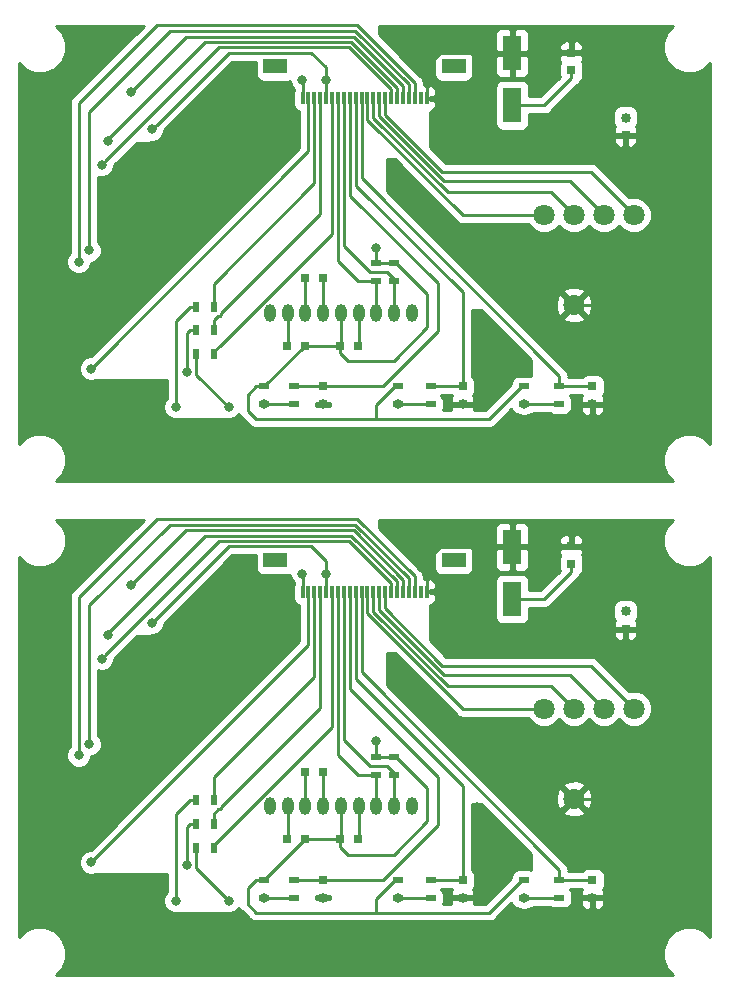
<source format=gbl>
G04 #@! TF.GenerationSoftware,KiCad,Pcbnew,(5.0.0)*
G04 #@! TF.CreationDate,2020-01-25T17:41:45+09:00*
G04 #@! TF.ProjectId,General_purpose_lancer_board_sub_m,47656E6572616C5F707572706F73655F,rev?*
G04 #@! TF.SameCoordinates,Original*
G04 #@! TF.FileFunction,Copper,L2,Bot,Signal*
G04 #@! TF.FilePolarity,Positive*
%FSLAX46Y46*%
G04 Gerber Fmt 4.6, Leading zero omitted, Abs format (unit mm)*
G04 Created by KiCad (PCBNEW (5.0.0)) date 01/25/20 17:41:45*
%MOMM*%
%LPD*%
G01*
G04 APERTURE LIST*
G04 #@! TA.AperFunction,SMDPad,CuDef*
%ADD10R,0.300000X1.000000*%
G04 #@! TD*
G04 #@! TA.AperFunction,SMDPad,CuDef*
%ADD11R,2.000000X1.300000*%
G04 #@! TD*
G04 #@! TA.AperFunction,ComponentPad*
%ADD12O,1.000000X1.500000*%
G04 #@! TD*
G04 #@! TA.AperFunction,SMDPad,CuDef*
%ADD13R,0.900000X0.500000*%
G04 #@! TD*
G04 #@! TA.AperFunction,SMDPad,CuDef*
%ADD14R,0.500000X0.900000*%
G04 #@! TD*
G04 #@! TA.AperFunction,SMDPad,CuDef*
%ADD15R,0.800000X0.750000*%
G04 #@! TD*
G04 #@! TA.AperFunction,SMDPad,CuDef*
%ADD16R,0.750000X0.800000*%
G04 #@! TD*
G04 #@! TA.AperFunction,ComponentPad*
%ADD17C,1.800000*%
G04 #@! TD*
G04 #@! TA.AperFunction,SMDPad,CuDef*
%ADD18R,1.600000X3.000000*%
G04 #@! TD*
G04 #@! TA.AperFunction,ViaPad*
%ADD19C,0.800000*%
G04 #@! TD*
G04 #@! TA.AperFunction,Conductor*
%ADD20C,0.250000*%
G04 #@! TD*
G04 #@! TA.AperFunction,NonConductor*
%ADD21C,0.254000*%
G04 #@! TD*
G04 APERTURE END LIST*
D10*
G04 #@! TO.P,J3,21*
G04 #@! TO.N,N/C*
X195250000Y-106850000D03*
G04 #@! TO.P,J3,18*
X196750000Y-106850000D03*
G04 #@! TO.P,J3,19*
X196250000Y-106850000D03*
G04 #@! TO.P,J3,20*
X195750000Y-106850000D03*
G04 #@! TO.P,J3,17*
X197250000Y-106850000D03*
G04 #@! TO.P,J3,22*
X194750000Y-106850000D03*
G04 #@! TO.P,J3,16*
X197750000Y-106850000D03*
G04 #@! TO.P,J3,15*
X198250000Y-106850000D03*
G04 #@! TO.P,J3,14*
X198750000Y-106850000D03*
G04 #@! TO.P,J3,13*
X199250000Y-106850000D03*
G04 #@! TO.P,J3,12*
X199750000Y-106850000D03*
G04 #@! TO.P,J3,11*
X200250000Y-106850000D03*
D11*
G04 #@! TO.P,J3,*
G04 #@! TO.N,*
X192450000Y-104150000D03*
D10*
G04 #@! TO.P,J3,7*
G04 #@! TO.N,N/C*
X202250000Y-106850000D03*
D11*
G04 #@! TO.P,J3,*
G04 #@! TO.N,*
X207550000Y-104150000D03*
D10*
G04 #@! TO.P,J3,6*
G04 #@! TO.N,N/C*
X202750000Y-106850000D03*
G04 #@! TO.P,J3,3*
X204250000Y-106850000D03*
G04 #@! TO.P,J3,4*
X203750000Y-106850000D03*
G04 #@! TO.P,J3,8*
X201750000Y-106850000D03*
G04 #@! TO.P,J3,1*
X205250000Y-106850000D03*
G04 #@! TO.P,J3,10*
X200750000Y-106850000D03*
G04 #@! TO.P,J3,2*
X204750000Y-106850000D03*
G04 #@! TO.P,J3,5*
X203250000Y-106850000D03*
G04 #@! TO.P,J3,9*
X201250000Y-106850000D03*
G04 #@! TD*
D12*
G04 #@! TO.P,LCD1,1*
G04 #@! TO.N,N/C*
X192000000Y-125000000D03*
G04 #@! TO.P,LCD1,2*
X193500000Y-125000000D03*
G04 #@! TO.P,LCD1,3*
X195000000Y-125000000D03*
G04 #@! TO.P,LCD1,4*
X196500000Y-125000000D03*
G04 #@! TO.P,LCD1,5*
X198000000Y-125000000D03*
G04 #@! TO.P,LCD1,6*
X199500000Y-125000000D03*
G04 #@! TO.P,LCD1,7*
X201000000Y-125000000D03*
G04 #@! TO.P,LCD1,8*
X202500000Y-125000000D03*
G04 #@! TO.P,LCD1,9*
X204000000Y-125000000D03*
G04 #@! TD*
D13*
G04 #@! TO.P,R4,1*
G04 #@! TO.N,N/C*
X205600000Y-131250000D03*
G04 #@! TO.P,R4,2*
X205600000Y-132750000D03*
G04 #@! TD*
G04 #@! TO.P,R11,2*
G04 #@! TO.N,N/C*
X202500000Y-122350000D03*
G04 #@! TO.P,R11,1*
X202500000Y-120850000D03*
G04 #@! TD*
G04 #@! TO.P,R6,1*
G04 #@! TO.N,N/C*
X216500000Y-131250000D03*
G04 #@! TO.P,R6,2*
X216500000Y-132750000D03*
G04 #@! TD*
G04 #@! TO.P,R10,1*
G04 #@! TO.N,N/C*
X201000000Y-120850000D03*
G04 #@! TO.P,R10,2*
X201000000Y-122350000D03*
G04 #@! TD*
D14*
G04 #@! TO.P,R8,2*
G04 #@! TO.N,N/C*
X185750000Y-128500000D03*
G04 #@! TO.P,R8,1*
X187250000Y-128500000D03*
G04 #@! TD*
G04 #@! TO.P,R7,1*
G04 #@! TO.N,N/C*
X187250000Y-126500000D03*
G04 #@! TO.P,R7,2*
X185750000Y-126500000D03*
G04 #@! TD*
D13*
G04 #@! TO.P,R3,2*
G04 #@! TO.N,N/C*
X202800000Y-132750000D03*
G04 #@! TO.P,R3,1*
X202800000Y-131250000D03*
G04 #@! TD*
D14*
G04 #@! TO.P,R9,2*
G04 #@! TO.N,N/C*
X185750000Y-124500000D03*
G04 #@! TO.P,R9,1*
X187250000Y-124500000D03*
G04 #@! TD*
D13*
G04 #@! TO.P,R5,2*
G04 #@! TO.N,N/C*
X213500000Y-132750000D03*
G04 #@! TO.P,R5,1*
X213500000Y-131250000D03*
G04 #@! TD*
D15*
G04 #@! TO.P,C7,1*
G04 #@! TO.N,N/C*
X199450000Y-127800000D03*
G04 #@! TO.P,C7,2*
X197950000Y-127800000D03*
G04 #@! TD*
D16*
G04 #@! TO.P,C2,2*
G04 #@! TO.N,N/C*
X208300000Y-131250000D03*
G04 #@! TO.P,C2,1*
X208300000Y-132750000D03*
G04 #@! TD*
D15*
G04 #@! TO.P,C5,2*
G04 #@! TO.N,N/C*
X194950000Y-127800000D03*
G04 #@! TO.P,C5,1*
X193450000Y-127800000D03*
G04 #@! TD*
D16*
G04 #@! TO.P,C3,2*
G04 #@! TO.N,N/C*
X219300000Y-131250000D03*
G04 #@! TO.P,C3,1*
X219300000Y-132750000D03*
G04 #@! TD*
G04 #@! TO.P,C1,1*
G04 #@! TO.N,N/C*
X196500000Y-132750000D03*
G04 #@! TO.P,C1,2*
X196500000Y-131250000D03*
G04 #@! TD*
D17*
G04 #@! TO.P,SW5,4*
G04 #@! TO.N,N/C*
X220270000Y-116750000D03*
G04 #@! TO.P,SW5,2*
X217730000Y-116750000D03*
G04 #@! TO.P,SW5,1*
X215190000Y-116750000D03*
G04 #@! TO.P,SW5,8*
X222810000Y-116750000D03*
G04 #@! TO.P,SW5,C*
X217730000Y-124370000D03*
G04 #@! TD*
D13*
G04 #@! TO.P,R2,1*
G04 #@! TO.N,N/C*
X194000000Y-131250000D03*
G04 #@! TO.P,R2,2*
X194000000Y-132750000D03*
G04 #@! TD*
D15*
G04 #@! TO.P,C6,1*
G04 #@! TO.N,N/C*
X196450000Y-122100000D03*
G04 #@! TO.P,C6,2*
X194950000Y-122100000D03*
G04 #@! TD*
D16*
G04 #@! TO.P,C4,1*
G04 #@! TO.N,N/C*
X222100000Y-108500000D03*
G04 #@! TO.P,C4,2*
X222100000Y-110000000D03*
G04 #@! TD*
D13*
G04 #@! TO.P,R1,2*
G04 #@! TO.N,N/C*
X191500000Y-132750000D03*
G04 #@! TO.P,R1,1*
X191500000Y-131250000D03*
G04 #@! TD*
D18*
G04 #@! TO.P,C9,1*
G04 #@! TO.N,N/C*
X212500000Y-107450000D03*
G04 #@! TO.P,C9,2*
X212500000Y-103050000D03*
G04 #@! TD*
D16*
G04 #@! TO.P,C8,2*
G04 #@! TO.N,N/C*
X217500000Y-103000000D03*
G04 #@! TO.P,C8,1*
X217500000Y-104500000D03*
G04 #@! TD*
D10*
G04 #@! TO.P,J3,21*
G04 #@! TO.N,N/C*
X195250000Y-65050000D03*
G04 #@! TO.P,J3,18*
X196750000Y-65050000D03*
G04 #@! TO.P,J3,19*
X196250000Y-65050000D03*
G04 #@! TO.P,J3,20*
X195750000Y-65050000D03*
G04 #@! TO.P,J3,17*
X197250000Y-65050000D03*
G04 #@! TO.P,J3,22*
X194750000Y-65050000D03*
G04 #@! TO.P,J3,16*
X197750000Y-65050000D03*
G04 #@! TO.P,J3,15*
X198250000Y-65050000D03*
G04 #@! TO.P,J3,14*
X198750000Y-65050000D03*
G04 #@! TO.P,J3,13*
X199250000Y-65050000D03*
G04 #@! TO.P,J3,12*
X199750000Y-65050000D03*
G04 #@! TO.P,J3,11*
X200250000Y-65050000D03*
D11*
G04 #@! TO.P,J3,*
G04 #@! TO.N,*
X192450000Y-62350000D03*
D10*
G04 #@! TO.P,J3,7*
G04 #@! TO.N,N/C*
X202250000Y-65050000D03*
D11*
G04 #@! TO.P,J3,*
G04 #@! TO.N,*
X207550000Y-62350000D03*
D10*
G04 #@! TO.P,J3,6*
G04 #@! TO.N,N/C*
X202750000Y-65050000D03*
G04 #@! TO.P,J3,3*
X204250000Y-65050000D03*
G04 #@! TO.P,J3,4*
X203750000Y-65050000D03*
G04 #@! TO.P,J3,8*
X201750000Y-65050000D03*
G04 #@! TO.P,J3,1*
X205250000Y-65050000D03*
G04 #@! TO.P,J3,10*
X200750000Y-65050000D03*
G04 #@! TO.P,J3,2*
X204750000Y-65050000D03*
G04 #@! TO.P,J3,5*
X203250000Y-65050000D03*
G04 #@! TO.P,J3,9*
X201250000Y-65050000D03*
G04 #@! TD*
D12*
G04 #@! TO.P,LCD1,1*
G04 #@! TO.N,N/C*
X192000000Y-83200000D03*
G04 #@! TO.P,LCD1,2*
X193500000Y-83200000D03*
G04 #@! TO.P,LCD1,3*
X195000000Y-83200000D03*
G04 #@! TO.P,LCD1,4*
X196500000Y-83200000D03*
G04 #@! TO.P,LCD1,5*
X198000000Y-83200000D03*
G04 #@! TO.P,LCD1,6*
X199500000Y-83200000D03*
G04 #@! TO.P,LCD1,7*
X201000000Y-83200000D03*
G04 #@! TO.P,LCD1,8*
X202500000Y-83200000D03*
G04 #@! TO.P,LCD1,9*
X204000000Y-83200000D03*
G04 #@! TD*
D13*
G04 #@! TO.P,R4,1*
G04 #@! TO.N,N/C*
X205600000Y-89450000D03*
G04 #@! TO.P,R4,2*
X205600000Y-90950000D03*
G04 #@! TD*
G04 #@! TO.P,R11,2*
G04 #@! TO.N,N/C*
X202500000Y-80550000D03*
G04 #@! TO.P,R11,1*
X202500000Y-79050000D03*
G04 #@! TD*
G04 #@! TO.P,R6,1*
G04 #@! TO.N,N/C*
X216500000Y-89450000D03*
G04 #@! TO.P,R6,2*
X216500000Y-90950000D03*
G04 #@! TD*
G04 #@! TO.P,R10,1*
G04 #@! TO.N,N/C*
X201000000Y-79050000D03*
G04 #@! TO.P,R10,2*
X201000000Y-80550000D03*
G04 #@! TD*
D14*
G04 #@! TO.P,R8,2*
G04 #@! TO.N,N/C*
X185750000Y-86700000D03*
G04 #@! TO.P,R8,1*
X187250000Y-86700000D03*
G04 #@! TD*
G04 #@! TO.P,R7,1*
G04 #@! TO.N,N/C*
X187250000Y-84700000D03*
G04 #@! TO.P,R7,2*
X185750000Y-84700000D03*
G04 #@! TD*
D13*
G04 #@! TO.P,R3,2*
G04 #@! TO.N,N/C*
X202800000Y-90950000D03*
G04 #@! TO.P,R3,1*
X202800000Y-89450000D03*
G04 #@! TD*
D14*
G04 #@! TO.P,R9,2*
G04 #@! TO.N,N/C*
X185750000Y-82700000D03*
G04 #@! TO.P,R9,1*
X187250000Y-82700000D03*
G04 #@! TD*
D13*
G04 #@! TO.P,R5,2*
G04 #@! TO.N,N/C*
X213500000Y-90950000D03*
G04 #@! TO.P,R5,1*
X213500000Y-89450000D03*
G04 #@! TD*
D15*
G04 #@! TO.P,C7,1*
G04 #@! TO.N,N/C*
X199450000Y-86000000D03*
G04 #@! TO.P,C7,2*
X197950000Y-86000000D03*
G04 #@! TD*
D16*
G04 #@! TO.P,C2,2*
G04 #@! TO.N,N/C*
X208300000Y-89450000D03*
G04 #@! TO.P,C2,1*
X208300000Y-90950000D03*
G04 #@! TD*
D15*
G04 #@! TO.P,C5,2*
G04 #@! TO.N,N/C*
X194950000Y-86000000D03*
G04 #@! TO.P,C5,1*
X193450000Y-86000000D03*
G04 #@! TD*
D16*
G04 #@! TO.P,C3,2*
G04 #@! TO.N,N/C*
X219300000Y-89450000D03*
G04 #@! TO.P,C3,1*
X219300000Y-90950000D03*
G04 #@! TD*
G04 #@! TO.P,C1,1*
G04 #@! TO.N,N/C*
X196500000Y-90950000D03*
G04 #@! TO.P,C1,2*
X196500000Y-89450000D03*
G04 #@! TD*
D17*
G04 #@! TO.P,SW5,4*
G04 #@! TO.N,N/C*
X220270000Y-74950000D03*
G04 #@! TO.P,SW5,2*
X217730000Y-74950000D03*
G04 #@! TO.P,SW5,1*
X215190000Y-74950000D03*
G04 #@! TO.P,SW5,8*
X222810000Y-74950000D03*
G04 #@! TO.P,SW5,C*
X217730000Y-82570000D03*
G04 #@! TD*
D13*
G04 #@! TO.P,R2,1*
G04 #@! TO.N,N/C*
X194000000Y-89450000D03*
G04 #@! TO.P,R2,2*
X194000000Y-90950000D03*
G04 #@! TD*
D15*
G04 #@! TO.P,C6,1*
G04 #@! TO.N,N/C*
X196450000Y-80300000D03*
G04 #@! TO.P,C6,2*
X194950000Y-80300000D03*
G04 #@! TD*
D16*
G04 #@! TO.P,C4,1*
G04 #@! TO.N,N/C*
X222100000Y-66700000D03*
G04 #@! TO.P,C4,2*
X222100000Y-68200000D03*
G04 #@! TD*
D13*
G04 #@! TO.P,R1,2*
G04 #@! TO.N,N/C*
X191500000Y-90950000D03*
G04 #@! TO.P,R1,1*
X191500000Y-89450000D03*
G04 #@! TD*
D18*
G04 #@! TO.P,C9,1*
G04 #@! TO.N,N/C*
X212500000Y-65650000D03*
G04 #@! TO.P,C9,2*
X212500000Y-61250000D03*
G04 #@! TD*
D16*
G04 #@! TO.P,C8,2*
G04 #@! TO.N,N/C*
X217500000Y-61200000D03*
G04 #@! TO.P,C8,1*
X217500000Y-62700000D03*
G04 #@! TD*
D19*
G04 #@! TO.N,*
X227200000Y-66800000D03*
X184800000Y-74700000D03*
X219300000Y-90950000D03*
X171700000Y-77500000D03*
X208300000Y-90950000D03*
X180300000Y-74900000D03*
X222700000Y-61200000D03*
X199500000Y-96200000D03*
X196500000Y-90950000D03*
X179600000Y-59500000D03*
X179800000Y-96200000D03*
X172000000Y-89200000D03*
X218200000Y-96300000D03*
X202300000Y-70600000D03*
X213400000Y-87900000D03*
X212500000Y-61250000D03*
X221050000Y-70100000D03*
X192900000Y-67500000D03*
X171800000Y-64200000D03*
X209500000Y-83300000D03*
X189600000Y-63000000D03*
X201600000Y-59300000D03*
X227300000Y-78600000D03*
X180300000Y-81700000D03*
X227200000Y-90300000D03*
X196750000Y-63500000D03*
X222100000Y-66700000D03*
X182000000Y-67700000D03*
X194700000Y-63500000D03*
X201000000Y-77700000D03*
X212500000Y-65650000D03*
X177750000Y-70700000D03*
X175800000Y-78900000D03*
X176850000Y-87950000D03*
X185000000Y-88200000D03*
X191500000Y-90950000D03*
X202800000Y-90950000D03*
X213500000Y-90950000D03*
X188500000Y-91200000D03*
X184000000Y-91200000D03*
X180200000Y-64500000D03*
X178250000Y-68700000D03*
X176700000Y-77950000D03*
X227200000Y-108600000D03*
X184800000Y-116500000D03*
X219300000Y-132750000D03*
X171700000Y-119300000D03*
X208300000Y-132750000D03*
X180300000Y-116700000D03*
X222700000Y-103000000D03*
X199500000Y-138000000D03*
X196500000Y-132750000D03*
X179600000Y-101300000D03*
X179800000Y-138000000D03*
X172000000Y-131000000D03*
X218200000Y-138100000D03*
X202300000Y-112400000D03*
X213400000Y-129700000D03*
X212500000Y-103050000D03*
X221050000Y-111900000D03*
X192900000Y-109300000D03*
X171800000Y-106000000D03*
X209500000Y-125100000D03*
X189600000Y-104800000D03*
X201600000Y-101100000D03*
X227300000Y-120400000D03*
X180300000Y-123500000D03*
X227200000Y-132100000D03*
X196750000Y-105300000D03*
X222100000Y-108500000D03*
X182000000Y-109500000D03*
X194700000Y-105300000D03*
X201000000Y-119500000D03*
X212500000Y-107450000D03*
X177750000Y-112500000D03*
X175800000Y-120700000D03*
X176850000Y-129750000D03*
X185000000Y-130000000D03*
X191500000Y-132750000D03*
X202800000Y-132750000D03*
X213500000Y-132750000D03*
X188500000Y-133000000D03*
X184000000Y-133000000D03*
X180200000Y-106300000D03*
X178250000Y-110500000D03*
X176700000Y-119750000D03*
G04 #@! TD*
D20*
G04 #@! TO.N,*
X194000000Y-89450000D02*
X196500000Y-89450000D01*
X201550000Y-89450000D02*
X196500000Y-89450000D01*
X198750000Y-65050000D02*
X198750000Y-65800000D01*
X198800000Y-65850000D02*
X198800000Y-73300000D01*
X198800000Y-73300000D02*
X206200000Y-80700000D01*
X198750000Y-65800000D02*
X198800000Y-65850000D01*
X206200000Y-84800000D02*
X201550000Y-89450000D01*
X206200000Y-80700000D02*
X206200000Y-84800000D01*
X206414998Y-61250000D02*
X211450000Y-61250000D01*
X217450000Y-61250000D02*
X217500000Y-61200000D01*
X199500000Y-85950000D02*
X199450000Y-86000000D01*
X205250000Y-62414998D02*
X206414998Y-61250000D01*
X212500000Y-61250000D02*
X217450000Y-61250000D01*
X222700000Y-61200000D02*
X224900000Y-63400000D01*
X217500000Y-61200000D02*
X222700000Y-61200000D01*
X211450000Y-61250000D02*
X212500000Y-61250000D01*
X222100000Y-69050000D02*
X221050000Y-70100000D01*
X224900000Y-63400000D02*
X224900000Y-69200000D01*
X220830000Y-82570000D02*
X217730000Y-82570000D01*
X224900000Y-78500000D02*
X220830000Y-82570000D01*
X205250000Y-65050000D02*
X205250000Y-62414998D01*
X199500000Y-83200000D02*
X199500000Y-85950000D01*
X222100000Y-68200000D02*
X222100000Y-69050000D01*
X222100000Y-68200000D02*
X224900000Y-68200000D01*
X205250000Y-65050000D02*
X205750000Y-65050000D01*
X224900000Y-68200000D02*
X224900000Y-78500000D01*
X222700000Y-61200000D02*
X222700000Y-61200000D01*
X208300000Y-81500000D02*
X199250000Y-72450000D01*
X199250000Y-72450000D02*
X199250000Y-65050000D01*
X208300000Y-89450000D02*
X205600000Y-89450000D01*
X208300000Y-89450000D02*
X208300000Y-81500000D01*
X216500000Y-88600000D02*
X216500000Y-89450000D01*
X219300000Y-89450000D02*
X216500000Y-89450000D01*
X199750000Y-71850000D02*
X216500000Y-88600000D01*
X199750000Y-65050000D02*
X199750000Y-71850000D01*
X196750000Y-65050000D02*
X196750000Y-63500000D01*
X182399999Y-67300001D02*
X182000000Y-67700000D01*
X195500000Y-61200000D02*
X188500000Y-61200000D01*
X196750000Y-62450000D02*
X195500000Y-61200000D01*
X196750000Y-63500000D02*
X196750000Y-62450000D01*
X188500000Y-61200000D02*
X182399999Y-67300001D01*
X193500000Y-85950000D02*
X193450000Y-86000000D01*
X193500000Y-83200000D02*
X193500000Y-85950000D01*
X198000000Y-83200000D02*
X198000000Y-85950000D01*
X194950000Y-86000000D02*
X191500000Y-89450000D01*
X202600000Y-89450000D02*
X202800000Y-89450000D01*
X201000000Y-92200000D02*
X201000000Y-91050000D01*
X197950000Y-86000000D02*
X197300000Y-86000000D01*
X201000000Y-91050000D02*
X202600000Y-89450000D01*
X213300000Y-89450000D02*
X213500000Y-89450000D01*
X191500000Y-89450000D02*
X190800000Y-89450000D01*
X197300000Y-86000000D02*
X194950000Y-86000000D01*
X215200000Y-65650000D02*
X213550000Y-65650000D01*
X201000000Y-79050000D02*
X202500000Y-79050000D01*
X194750000Y-65050000D02*
X194750000Y-63550000D01*
X201000000Y-77700000D02*
X201000000Y-79050000D01*
X198000000Y-85950000D02*
X197950000Y-86000000D01*
X194750000Y-63550000D02*
X194700000Y-63500000D01*
X213550000Y-65650000D02*
X212500000Y-65650000D01*
X217500000Y-62700000D02*
X217500000Y-63350000D01*
X217500000Y-63350000D02*
X215200000Y-65650000D01*
X210550000Y-92200000D02*
X213300000Y-89450000D01*
X197950000Y-86650000D02*
X197950000Y-86000000D01*
X205300000Y-84463590D02*
X202463590Y-87300000D01*
X190100000Y-90150000D02*
X190100000Y-91500000D01*
X205300000Y-81650000D02*
X205300000Y-84463590D01*
X202500000Y-79050000D02*
X202700000Y-79050000D01*
X202700000Y-79050000D02*
X205300000Y-81650000D01*
X190100000Y-91500000D02*
X190800000Y-92200000D01*
X202463590Y-87300000D02*
X198600000Y-87300000D01*
X190800000Y-89450000D02*
X190100000Y-90150000D01*
X198600000Y-87300000D02*
X197950000Y-86650000D01*
X190800000Y-92200000D02*
X210550000Y-92200000D01*
X194950000Y-83150000D02*
X195000000Y-83200000D01*
X194950000Y-80300000D02*
X194950000Y-83150000D01*
X196450000Y-83150000D02*
X196500000Y-83200000D01*
X196450000Y-80300000D02*
X196450000Y-83150000D01*
X198699989Y-60749989D02*
X187700011Y-60749989D01*
X202250000Y-65050000D02*
X202250000Y-64300000D01*
X187700011Y-60749989D02*
X178149999Y-70300001D01*
X202250000Y-64300000D02*
X198699989Y-60749989D01*
X178149999Y-70300001D02*
X177750000Y-70700000D01*
X199400000Y-58900000D02*
X182400000Y-58900000D01*
X204250000Y-63750000D02*
X199400000Y-58900000D01*
X175800000Y-65500000D02*
X175800000Y-78900000D01*
X182400000Y-58900000D02*
X175800000Y-65500000D01*
X204250000Y-65050000D02*
X204250000Y-63750000D01*
X195250000Y-65050000D02*
X195250000Y-69550000D01*
X195250000Y-69550000D02*
X176850000Y-87950000D01*
X185000000Y-84950000D02*
X185000000Y-88200000D01*
X185250000Y-84700000D02*
X185000000Y-84950000D01*
X185750000Y-84700000D02*
X185250000Y-84700000D01*
X191500000Y-90950000D02*
X194000000Y-90950000D01*
X205600000Y-90950000D02*
X202800000Y-90950000D01*
X213500000Y-90950000D02*
X216500000Y-90950000D01*
X187250000Y-83850000D02*
X187250000Y-84700000D01*
X187825001Y-83410001D02*
X187760001Y-83475001D01*
X187825001Y-83274999D02*
X187825001Y-83410001D01*
X196250000Y-65050000D02*
X196250000Y-74850000D01*
X187624999Y-83475001D02*
X187250000Y-83850000D01*
X196250000Y-74850000D02*
X187825001Y-83274999D01*
X187760001Y-83475001D02*
X187624999Y-83475001D01*
X187750000Y-86000000D02*
X187250000Y-86500000D01*
X187783260Y-86000000D02*
X187750000Y-86000000D01*
X197250000Y-76533260D02*
X187783260Y-86000000D01*
X197250000Y-65050000D02*
X197250000Y-76533260D01*
X187250000Y-86500000D02*
X187250000Y-86700000D01*
X185750000Y-86700000D02*
X185750000Y-88450000D01*
X185750000Y-88450000D02*
X188500000Y-91200000D01*
X187250000Y-80750000D02*
X187250000Y-82700000D01*
X195750000Y-65050000D02*
X195750000Y-72250000D01*
X195750000Y-72250000D02*
X187250000Y-80750000D01*
X185750000Y-82700000D02*
X185200000Y-82700000D01*
X184000000Y-83900000D02*
X184000000Y-91200000D01*
X185200000Y-82700000D02*
X184000000Y-83900000D01*
X199450000Y-80550000D02*
X197750000Y-78850000D01*
X201000000Y-81050000D02*
X201000000Y-83200000D01*
X197750000Y-65800000D02*
X197750000Y-65050000D01*
X201000000Y-80550000D02*
X201000000Y-81050000D01*
X197750000Y-78850000D02*
X197750000Y-65800000D01*
X201000000Y-80550000D02*
X199450000Y-80550000D01*
X201900000Y-79800000D02*
X202500000Y-80400000D01*
X202500000Y-80400000D02*
X202500000Y-80550000D01*
X198250000Y-65050000D02*
X198250000Y-77585002D01*
X198250000Y-77585002D02*
X200464998Y-79800000D01*
X202500000Y-80550000D02*
X202500000Y-83200000D01*
X200464998Y-79800000D02*
X201900000Y-79800000D01*
X200250000Y-65800000D02*
X200250000Y-65050000D01*
X208340768Y-74950000D02*
X200250000Y-66859232D01*
X200250000Y-66859232D02*
X200250000Y-65800000D01*
X215190000Y-74950000D02*
X208340768Y-74950000D01*
X217420000Y-72100000D02*
X206763589Y-72100000D01*
X206763589Y-72100000D02*
X201250000Y-66586411D01*
X220270000Y-74950000D02*
X217420000Y-72100000D01*
X201250000Y-65800000D02*
X201250000Y-65050000D01*
X201250000Y-66586411D02*
X201250000Y-65800000D01*
X216830001Y-74050001D02*
X217730000Y-74950000D01*
X215780000Y-73000000D02*
X216830001Y-74050001D01*
X207027178Y-73000000D02*
X215780000Y-73000000D01*
X200750000Y-65050000D02*
X200750000Y-66722822D01*
X200750000Y-66722822D02*
X207027178Y-73000000D01*
X199077147Y-59849967D02*
X184850033Y-59849967D01*
X203250000Y-65050000D02*
X203250000Y-64022820D01*
X203250000Y-64022820D02*
X199077147Y-59849967D01*
X184850033Y-59849967D02*
X180200000Y-64500000D01*
X202750000Y-64159230D02*
X198890748Y-60299978D01*
X186500022Y-60299978D02*
X178300000Y-68500000D01*
X202750000Y-65050000D02*
X202750000Y-64159230D01*
X178300000Y-68600000D02*
X178250000Y-68650000D01*
X178250000Y-68650000D02*
X178250000Y-68700000D01*
X198890748Y-60299978D02*
X186500022Y-60299978D01*
X178300000Y-68500000D02*
X178300000Y-68600000D01*
X176700000Y-66200000D02*
X176700000Y-77384315D01*
X183549989Y-59350011D02*
X176700000Y-66200000D01*
X203750000Y-63886410D02*
X199213601Y-59350011D01*
X176700000Y-77384315D02*
X176700000Y-77950000D01*
X199213601Y-59350011D02*
X183549989Y-59350011D01*
X203750000Y-65050000D02*
X203750000Y-63886410D01*
X206599999Y-71300000D02*
X219160000Y-71300000D01*
X201750000Y-66450001D02*
X206599999Y-71300000D01*
X201750000Y-65050000D02*
X201750000Y-66450001D01*
X219160000Y-71300000D02*
X222810000Y-74950000D01*
X194000000Y-131250000D02*
X196500000Y-131250000D01*
X201550000Y-131250000D02*
X196500000Y-131250000D01*
X198750000Y-106850000D02*
X198750000Y-107600000D01*
X198800000Y-107650000D02*
X198800000Y-115100000D01*
X198800000Y-115100000D02*
X206200000Y-122500000D01*
X198750000Y-107600000D02*
X198800000Y-107650000D01*
X206200000Y-126600000D02*
X201550000Y-131250000D01*
X206200000Y-122500000D02*
X206200000Y-126600000D01*
X206414998Y-103050000D02*
X211450000Y-103050000D01*
X217450000Y-103050000D02*
X217500000Y-103000000D01*
X199500000Y-127750000D02*
X199450000Y-127800000D01*
X205250000Y-104214998D02*
X206414998Y-103050000D01*
X212500000Y-103050000D02*
X217450000Y-103050000D01*
X222700000Y-103000000D02*
X224900000Y-105200000D01*
X217500000Y-103000000D02*
X222700000Y-103000000D01*
X211450000Y-103050000D02*
X212500000Y-103050000D01*
X222100000Y-110850000D02*
X221050000Y-111900000D01*
X224900000Y-105200000D02*
X224900000Y-111000000D01*
X220830000Y-124370000D02*
X217730000Y-124370000D01*
X224900000Y-120300000D02*
X220830000Y-124370000D01*
X205250000Y-106850000D02*
X205250000Y-104214998D01*
X199500000Y-125000000D02*
X199500000Y-127750000D01*
X222100000Y-110000000D02*
X222100000Y-110850000D01*
X222100000Y-110000000D02*
X224900000Y-110000000D01*
X205250000Y-106850000D02*
X205750000Y-106850000D01*
X224900000Y-110000000D02*
X224900000Y-120300000D01*
X222700000Y-103000000D02*
X222700000Y-103000000D01*
X208300000Y-123300000D02*
X199250000Y-114250000D01*
X199250000Y-114250000D02*
X199250000Y-106850000D01*
X208300000Y-131250000D02*
X205600000Y-131250000D01*
X208300000Y-131250000D02*
X208300000Y-123300000D01*
X216500000Y-130400000D02*
X216500000Y-131250000D01*
X219300000Y-131250000D02*
X216500000Y-131250000D01*
X199750000Y-113650000D02*
X216500000Y-130400000D01*
X199750000Y-106850000D02*
X199750000Y-113650000D01*
X196750000Y-106850000D02*
X196750000Y-105300000D01*
X182399999Y-109100001D02*
X182000000Y-109500000D01*
X195500000Y-103000000D02*
X188500000Y-103000000D01*
X196750000Y-104250000D02*
X195500000Y-103000000D01*
X196750000Y-105300000D02*
X196750000Y-104250000D01*
X188500000Y-103000000D02*
X182399999Y-109100001D01*
X193500000Y-127750000D02*
X193450000Y-127800000D01*
X193500000Y-125000000D02*
X193500000Y-127750000D01*
X198000000Y-125000000D02*
X198000000Y-127750000D01*
X194950000Y-127800000D02*
X191500000Y-131250000D01*
X202600000Y-131250000D02*
X202800000Y-131250000D01*
X201000000Y-134000000D02*
X201000000Y-132850000D01*
X197950000Y-127800000D02*
X197300000Y-127800000D01*
X201000000Y-132850000D02*
X202600000Y-131250000D01*
X213300000Y-131250000D02*
X213500000Y-131250000D01*
X191500000Y-131250000D02*
X190800000Y-131250000D01*
X197300000Y-127800000D02*
X194950000Y-127800000D01*
X215200000Y-107450000D02*
X213550000Y-107450000D01*
X201000000Y-120850000D02*
X202500000Y-120850000D01*
X194750000Y-106850000D02*
X194750000Y-105350000D01*
X201000000Y-119500000D02*
X201000000Y-120850000D01*
X198000000Y-127750000D02*
X197950000Y-127800000D01*
X194750000Y-105350000D02*
X194700000Y-105300000D01*
X213550000Y-107450000D02*
X212500000Y-107450000D01*
X217500000Y-104500000D02*
X217500000Y-105150000D01*
X217500000Y-105150000D02*
X215200000Y-107450000D01*
X210550000Y-134000000D02*
X213300000Y-131250000D01*
X197950000Y-128450000D02*
X197950000Y-127800000D01*
X205300000Y-126263590D02*
X202463590Y-129100000D01*
X190100000Y-131950000D02*
X190100000Y-133300000D01*
X205300000Y-123450000D02*
X205300000Y-126263590D01*
X202500000Y-120850000D02*
X202700000Y-120850000D01*
X202700000Y-120850000D02*
X205300000Y-123450000D01*
X190100000Y-133300000D02*
X190800000Y-134000000D01*
X202463590Y-129100000D02*
X198600000Y-129100000D01*
X190800000Y-131250000D02*
X190100000Y-131950000D01*
X198600000Y-129100000D02*
X197950000Y-128450000D01*
X190800000Y-134000000D02*
X210550000Y-134000000D01*
X194950000Y-124950000D02*
X195000000Y-125000000D01*
X194950000Y-122100000D02*
X194950000Y-124950000D01*
X196450000Y-124950000D02*
X196500000Y-125000000D01*
X196450000Y-122100000D02*
X196450000Y-124950000D01*
X198699989Y-102549989D02*
X187700011Y-102549989D01*
X202250000Y-106850000D02*
X202250000Y-106100000D01*
X187700011Y-102549989D02*
X178149999Y-112100001D01*
X202250000Y-106100000D02*
X198699989Y-102549989D01*
X178149999Y-112100001D02*
X177750000Y-112500000D01*
X199400000Y-100700000D02*
X182400000Y-100700000D01*
X204250000Y-105550000D02*
X199400000Y-100700000D01*
X175800000Y-107300000D02*
X175800000Y-120700000D01*
X182400000Y-100700000D02*
X175800000Y-107300000D01*
X204250000Y-106850000D02*
X204250000Y-105550000D01*
X195250000Y-106850000D02*
X195250000Y-111350000D01*
X195250000Y-111350000D02*
X176850000Y-129750000D01*
X185000000Y-126750000D02*
X185000000Y-130000000D01*
X185250000Y-126500000D02*
X185000000Y-126750000D01*
X185750000Y-126500000D02*
X185250000Y-126500000D01*
X191500000Y-132750000D02*
X194000000Y-132750000D01*
X205600000Y-132750000D02*
X202800000Y-132750000D01*
X213500000Y-132750000D02*
X216500000Y-132750000D01*
X187250000Y-125650000D02*
X187250000Y-126500000D01*
X187825001Y-125210001D02*
X187760001Y-125275001D01*
X187825001Y-125074999D02*
X187825001Y-125210001D01*
X196250000Y-106850000D02*
X196250000Y-116650000D01*
X187624999Y-125275001D02*
X187250000Y-125650000D01*
X196250000Y-116650000D02*
X187825001Y-125074999D01*
X187760001Y-125275001D02*
X187624999Y-125275001D01*
X187750000Y-127800000D02*
X187250000Y-128300000D01*
X187783260Y-127800000D02*
X187750000Y-127800000D01*
X197250000Y-118333260D02*
X187783260Y-127800000D01*
X197250000Y-106850000D02*
X197250000Y-118333260D01*
X187250000Y-128300000D02*
X187250000Y-128500000D01*
X185750000Y-128500000D02*
X185750000Y-130250000D01*
X185750000Y-130250000D02*
X188500000Y-133000000D01*
X187250000Y-122550000D02*
X187250000Y-124500000D01*
X195750000Y-106850000D02*
X195750000Y-114050000D01*
X195750000Y-114050000D02*
X187250000Y-122550000D01*
X185750000Y-124500000D02*
X185200000Y-124500000D01*
X184000000Y-125700000D02*
X184000000Y-133000000D01*
X185200000Y-124500000D02*
X184000000Y-125700000D01*
X199450000Y-122350000D02*
X197750000Y-120650000D01*
X201000000Y-122850000D02*
X201000000Y-125000000D01*
X197750000Y-107600000D02*
X197750000Y-106850000D01*
X201000000Y-122350000D02*
X201000000Y-122850000D01*
X197750000Y-120650000D02*
X197750000Y-107600000D01*
X201000000Y-122350000D02*
X199450000Y-122350000D01*
X201900000Y-121600000D02*
X202500000Y-122200000D01*
X202500000Y-122200000D02*
X202500000Y-122350000D01*
X198250000Y-106850000D02*
X198250000Y-119385002D01*
X198250000Y-119385002D02*
X200464998Y-121600000D01*
X202500000Y-122350000D02*
X202500000Y-125000000D01*
X200464998Y-121600000D02*
X201900000Y-121600000D01*
X200250000Y-107600000D02*
X200250000Y-106850000D01*
X208340768Y-116750000D02*
X200250000Y-108659232D01*
X200250000Y-108659232D02*
X200250000Y-107600000D01*
X215190000Y-116750000D02*
X208340768Y-116750000D01*
X217420000Y-113900000D02*
X206763589Y-113900000D01*
X206763589Y-113900000D02*
X201250000Y-108386411D01*
X220270000Y-116750000D02*
X217420000Y-113900000D01*
X201250000Y-107600000D02*
X201250000Y-106850000D01*
X201250000Y-108386411D02*
X201250000Y-107600000D01*
X216830001Y-115850001D02*
X217730000Y-116750000D01*
X215780000Y-114800000D02*
X216830001Y-115850001D01*
X207027178Y-114800000D02*
X215780000Y-114800000D01*
X200750000Y-106850000D02*
X200750000Y-108522822D01*
X200750000Y-108522822D02*
X207027178Y-114800000D01*
X199077147Y-101649967D02*
X184850033Y-101649967D01*
X203250000Y-106850000D02*
X203250000Y-105822820D01*
X203250000Y-105822820D02*
X199077147Y-101649967D01*
X184850033Y-101649967D02*
X180200000Y-106300000D01*
X202750000Y-105959230D02*
X198890748Y-102099978D01*
X186500022Y-102099978D02*
X178300000Y-110300000D01*
X202750000Y-106850000D02*
X202750000Y-105959230D01*
X178300000Y-110400000D02*
X178250000Y-110450000D01*
X178250000Y-110450000D02*
X178250000Y-110500000D01*
X198890748Y-102099978D02*
X186500022Y-102099978D01*
X178300000Y-110300000D02*
X178300000Y-110400000D01*
X176700000Y-108000000D02*
X176700000Y-119184315D01*
X183549989Y-101150011D02*
X176700000Y-108000000D01*
X203750000Y-105686410D02*
X199213601Y-101150011D01*
X176700000Y-119184315D02*
X176700000Y-119750000D01*
X199213601Y-101150011D02*
X183549989Y-101150011D01*
X203750000Y-106850000D02*
X203750000Y-105686410D01*
X206599999Y-113100000D02*
X219160000Y-113100000D01*
X201750000Y-108250001D02*
X206599999Y-113100000D01*
X201750000Y-106850000D02*
X201750000Y-108250001D01*
X219160000Y-113100000D02*
X222810000Y-116750000D01*
G04 #@! TD*
D21*
G36*
X175315530Y-64909669D02*
X175252071Y-64952071D01*
X175084096Y-65203464D01*
X175040000Y-65425149D01*
X175040000Y-65425153D01*
X175025112Y-65500000D01*
X175040000Y-65574847D01*
X175040001Y-78196288D01*
X174922569Y-78313720D01*
X174765000Y-78694126D01*
X174765000Y-79105874D01*
X174922569Y-79486280D01*
X175213720Y-79777431D01*
X175594126Y-79935000D01*
X176005874Y-79935000D01*
X176386280Y-79777431D01*
X176677431Y-79486280D01*
X176835000Y-79105874D01*
X176835000Y-78985000D01*
X176905874Y-78985000D01*
X177286280Y-78827431D01*
X177577431Y-78536280D01*
X177735000Y-78155874D01*
X177735000Y-77744126D01*
X177577431Y-77363720D01*
X177460000Y-77246289D01*
X177460000Y-71700154D01*
X177544126Y-71735000D01*
X177955874Y-71735000D01*
X178336280Y-71577431D01*
X178627431Y-71286280D01*
X178785000Y-70905874D01*
X178785000Y-70739801D01*
X180697801Y-68827000D01*
X181800000Y-68827000D01*
X181848601Y-68817333D01*
X181889803Y-68789803D01*
X181917333Y-68748601D01*
X181920038Y-68735000D01*
X182205874Y-68735000D01*
X182586280Y-68577431D01*
X182877431Y-68286280D01*
X183035000Y-67905874D01*
X183035000Y-67739801D01*
X188814802Y-61960000D01*
X190802560Y-61960000D01*
X190802560Y-63000000D01*
X190851843Y-63247765D01*
X190992191Y-63457809D01*
X191202235Y-63598157D01*
X191450000Y-63647440D01*
X193450000Y-63647440D01*
X193665000Y-63604674D01*
X193665000Y-63705874D01*
X193822569Y-64086280D01*
X193990001Y-64253712D01*
X193990000Y-64361772D01*
X193952560Y-64550000D01*
X193952560Y-65550000D01*
X194001843Y-65797765D01*
X194142191Y-66007809D01*
X194352235Y-66148157D01*
X194490000Y-66175560D01*
X194490001Y-69235197D01*
X176810199Y-86915000D01*
X176644126Y-86915000D01*
X176263720Y-87072569D01*
X175972569Y-87363720D01*
X175815000Y-87744126D01*
X175815000Y-88155874D01*
X175972569Y-88536280D01*
X176263720Y-88827431D01*
X176644126Y-88985000D01*
X177055874Y-88985000D01*
X177195899Y-88927000D01*
X183240001Y-88927000D01*
X183240001Y-90496288D01*
X183122569Y-90613720D01*
X182965000Y-90994126D01*
X182965000Y-91405874D01*
X183122569Y-91786280D01*
X183413720Y-92077431D01*
X183794126Y-92235000D01*
X184205874Y-92235000D01*
X184225188Y-92227000D01*
X188274812Y-92227000D01*
X188294126Y-92235000D01*
X188705874Y-92235000D01*
X189086280Y-92077431D01*
X189377431Y-91786280D01*
X189380556Y-91778735D01*
X189384097Y-91796537D01*
X189487573Y-91951399D01*
X189552072Y-92047929D01*
X189615527Y-92090328D01*
X190209672Y-92684475D01*
X190252071Y-92747929D01*
X190315524Y-92790327D01*
X190315526Y-92790329D01*
X190440902Y-92874102D01*
X190503463Y-92915904D01*
X190725148Y-92960000D01*
X190725152Y-92960000D01*
X190799999Y-92974888D01*
X190874846Y-92960000D01*
X200925148Y-92960000D01*
X201000000Y-92974889D01*
X201074852Y-92960000D01*
X210475153Y-92960000D01*
X210550000Y-92974888D01*
X210624847Y-92960000D01*
X210624852Y-92960000D01*
X210846537Y-92915904D01*
X211097929Y-92747929D01*
X211140331Y-92684470D01*
X212439432Y-91385370D01*
X212451843Y-91447765D01*
X212592191Y-91657809D01*
X212802235Y-91798157D01*
X212904859Y-91818570D01*
X212913720Y-91827431D01*
X213294126Y-91985000D01*
X213705874Y-91985000D01*
X214086280Y-91827431D01*
X214095141Y-91818570D01*
X214197765Y-91798157D01*
X214329700Y-91710000D01*
X215670300Y-91710000D01*
X215802235Y-91798157D01*
X216050000Y-91847440D01*
X216950000Y-91847440D01*
X217197765Y-91798157D01*
X217407809Y-91657809D01*
X217548157Y-91447765D01*
X217590328Y-91235750D01*
X218290000Y-91235750D01*
X218290000Y-91476309D01*
X218386673Y-91709698D01*
X218565301Y-91888327D01*
X218798690Y-91985000D01*
X219014250Y-91985000D01*
X219173000Y-91826250D01*
X219173000Y-91077000D01*
X219427000Y-91077000D01*
X219427000Y-91826250D01*
X219585750Y-91985000D01*
X219801310Y-91985000D01*
X220034699Y-91888327D01*
X220213327Y-91709698D01*
X220310000Y-91476309D01*
X220310000Y-91235750D01*
X220151250Y-91077000D01*
X219427000Y-91077000D01*
X219173000Y-91077000D01*
X218448750Y-91077000D01*
X218290000Y-91235750D01*
X217590328Y-91235750D01*
X217597440Y-91200000D01*
X217597440Y-90700000D01*
X217548157Y-90452235D01*
X217407809Y-90242191D01*
X217359632Y-90210000D01*
X218378514Y-90210000D01*
X218290000Y-90423691D01*
X218290000Y-90664250D01*
X218448750Y-90823000D01*
X219173000Y-90823000D01*
X219173000Y-90803000D01*
X219427000Y-90803000D01*
X219427000Y-90823000D01*
X220151250Y-90823000D01*
X220310000Y-90664250D01*
X220310000Y-90423691D01*
X220213327Y-90190302D01*
X220212127Y-90189102D01*
X220273157Y-90097765D01*
X220322440Y-89850000D01*
X220322440Y-89050000D01*
X220273157Y-88802235D01*
X220132809Y-88592191D01*
X219922765Y-88451843D01*
X219675000Y-88402560D01*
X218925000Y-88402560D01*
X218677235Y-88451843D01*
X218467191Y-88592191D01*
X218401837Y-88690000D01*
X217329700Y-88690000D01*
X217265516Y-88647113D01*
X217274888Y-88599999D01*
X217260000Y-88525152D01*
X217260000Y-88525148D01*
X217215904Y-88303463D01*
X217047929Y-88052071D01*
X216984473Y-88009671D01*
X212624961Y-83650159D01*
X216829446Y-83650159D01*
X216915852Y-83906643D01*
X217489336Y-84116458D01*
X218099460Y-84090839D01*
X218544148Y-83906643D01*
X218630554Y-83650159D01*
X217730000Y-82749605D01*
X216829446Y-83650159D01*
X212624961Y-83650159D01*
X211304138Y-82329336D01*
X216183542Y-82329336D01*
X216209161Y-82939460D01*
X216393357Y-83384148D01*
X216649841Y-83470554D01*
X217550395Y-82570000D01*
X217909605Y-82570000D01*
X218810159Y-83470554D01*
X219066643Y-83384148D01*
X219276458Y-82810664D01*
X219250839Y-82200540D01*
X219066643Y-81755852D01*
X218810159Y-81669446D01*
X217909605Y-82570000D01*
X217550395Y-82570000D01*
X216649841Y-81669446D01*
X216393357Y-81755852D01*
X216183542Y-82329336D01*
X211304138Y-82329336D01*
X210464643Y-81489841D01*
X216829446Y-81489841D01*
X217730000Y-82390395D01*
X218630554Y-81489841D01*
X218544148Y-81233357D01*
X217970664Y-81023542D01*
X217360540Y-81049161D01*
X216915852Y-81233357D01*
X216829446Y-81489841D01*
X210464643Y-81489841D01*
X201927000Y-72952199D01*
X201927000Y-70227000D01*
X202542967Y-70227000D01*
X207750439Y-75434473D01*
X207792839Y-75497929D01*
X207856295Y-75540329D01*
X208044230Y-75665904D01*
X208092373Y-75675480D01*
X208265916Y-75710000D01*
X208265920Y-75710000D01*
X208340768Y-75724888D01*
X208415616Y-75710000D01*
X213843331Y-75710000D01*
X213888690Y-75819507D01*
X214320493Y-76251310D01*
X214884670Y-76485000D01*
X215495330Y-76485000D01*
X216059507Y-76251310D01*
X216460000Y-75850817D01*
X216860493Y-76251310D01*
X217424670Y-76485000D01*
X218035330Y-76485000D01*
X218599507Y-76251310D01*
X219000000Y-75850817D01*
X219400493Y-76251310D01*
X219964670Y-76485000D01*
X220575330Y-76485000D01*
X221139507Y-76251310D01*
X221540000Y-75850817D01*
X221940493Y-76251310D01*
X222504670Y-76485000D01*
X223115330Y-76485000D01*
X223679507Y-76251310D01*
X224111310Y-75819507D01*
X224345000Y-75255330D01*
X224345000Y-74644670D01*
X224111310Y-74080493D01*
X223679507Y-73648690D01*
X223115330Y-73415000D01*
X222504670Y-73415000D01*
X222395162Y-73460360D01*
X219750331Y-70815530D01*
X219707929Y-70752071D01*
X219456537Y-70584096D01*
X219234852Y-70540000D01*
X219234847Y-70540000D01*
X219160000Y-70525112D01*
X219085153Y-70540000D01*
X206914802Y-70540000D01*
X205527000Y-69152199D01*
X205527000Y-68485750D01*
X221090000Y-68485750D01*
X221090000Y-68726309D01*
X221186673Y-68959698D01*
X221365301Y-69138327D01*
X221598690Y-69235000D01*
X221814250Y-69235000D01*
X221973000Y-69076250D01*
X221973000Y-68327000D01*
X222227000Y-68327000D01*
X222227000Y-69076250D01*
X222385750Y-69235000D01*
X222601310Y-69235000D01*
X222834699Y-69138327D01*
X223013327Y-68959698D01*
X223110000Y-68726309D01*
X223110000Y-68485750D01*
X222951250Y-68327000D01*
X222227000Y-68327000D01*
X221973000Y-68327000D01*
X221248750Y-68327000D01*
X221090000Y-68485750D01*
X205527000Y-68485750D01*
X205527000Y-66184714D01*
X205759698Y-66088327D01*
X205938327Y-65909699D01*
X206035000Y-65676310D01*
X206035000Y-65335750D01*
X205876250Y-65177000D01*
X205547440Y-65177000D01*
X205547440Y-64923000D01*
X205876250Y-64923000D01*
X206035000Y-64764250D01*
X206035000Y-64423690D01*
X205938327Y-64190301D01*
X205898026Y-64150000D01*
X211052560Y-64150000D01*
X211052560Y-67150000D01*
X211101843Y-67397765D01*
X211242191Y-67607809D01*
X211452235Y-67748157D01*
X211700000Y-67797440D01*
X213300000Y-67797440D01*
X213547765Y-67748157D01*
X213757809Y-67607809D01*
X213898157Y-67397765D01*
X213947440Y-67150000D01*
X213947440Y-66494126D01*
X221065000Y-66494126D01*
X221065000Y-66905874D01*
X221077560Y-66936197D01*
X221077560Y-67100000D01*
X221126843Y-67347765D01*
X221187873Y-67439102D01*
X221186673Y-67440302D01*
X221090000Y-67673691D01*
X221090000Y-67914250D01*
X221248750Y-68073000D01*
X221973000Y-68073000D01*
X221973000Y-68053000D01*
X222227000Y-68053000D01*
X222227000Y-68073000D01*
X222951250Y-68073000D01*
X223110000Y-67914250D01*
X223110000Y-67673691D01*
X223013327Y-67440302D01*
X223012127Y-67439102D01*
X223073157Y-67347765D01*
X223122440Y-67100000D01*
X223122440Y-66936197D01*
X223135000Y-66905874D01*
X223135000Y-66494126D01*
X223122440Y-66463803D01*
X223122440Y-66300000D01*
X223073157Y-66052235D01*
X222932809Y-65842191D01*
X222722765Y-65701843D01*
X222475000Y-65652560D01*
X221725000Y-65652560D01*
X221477235Y-65701843D01*
X221267191Y-65842191D01*
X221126843Y-66052235D01*
X221077560Y-66300000D01*
X221077560Y-66463803D01*
X221065000Y-66494126D01*
X213947440Y-66494126D01*
X213947440Y-66410000D01*
X215125153Y-66410000D01*
X215200000Y-66424888D01*
X215274847Y-66410000D01*
X215274852Y-66410000D01*
X215496537Y-66365904D01*
X215747929Y-66197929D01*
X215790331Y-66134470D01*
X217984473Y-63940329D01*
X218047929Y-63897929D01*
X218215904Y-63646537D01*
X218218339Y-63634296D01*
X218332809Y-63557809D01*
X218473157Y-63347765D01*
X218522440Y-63100000D01*
X218522440Y-62300000D01*
X218473157Y-62052235D01*
X218412127Y-61960898D01*
X218413327Y-61959698D01*
X218510000Y-61726309D01*
X218510000Y-61485750D01*
X218351250Y-61327000D01*
X217627000Y-61327000D01*
X217627000Y-61347000D01*
X217373000Y-61347000D01*
X217373000Y-61327000D01*
X216648750Y-61327000D01*
X216490000Y-61485750D01*
X216490000Y-61726309D01*
X216586673Y-61959698D01*
X216587873Y-61960898D01*
X216526843Y-62052235D01*
X216477560Y-62300000D01*
X216477560Y-63100000D01*
X216510350Y-63264848D01*
X214885199Y-64890000D01*
X213947440Y-64890000D01*
X213947440Y-64150000D01*
X213898157Y-63902235D01*
X213757809Y-63692191D01*
X213547765Y-63551843D01*
X213300000Y-63502560D01*
X211700000Y-63502560D01*
X211452235Y-63551843D01*
X211242191Y-63692191D01*
X211101843Y-63902235D01*
X211052560Y-64150000D01*
X205898026Y-64150000D01*
X205759698Y-64011673D01*
X205526309Y-63915000D01*
X205483750Y-63915000D01*
X205327087Y-64071663D01*
X205147765Y-63951843D01*
X205029586Y-63928336D01*
X205016250Y-63915000D01*
X205010000Y-63915000D01*
X205010000Y-63824848D01*
X205024888Y-63750000D01*
X205010000Y-63675152D01*
X205010000Y-63675148D01*
X204975161Y-63500000D01*
X204965904Y-63453462D01*
X204840329Y-63265527D01*
X204797929Y-63202071D01*
X204734473Y-63159671D01*
X203274802Y-61700000D01*
X205902560Y-61700000D01*
X205902560Y-63000000D01*
X205951843Y-63247765D01*
X206092191Y-63457809D01*
X206302235Y-63598157D01*
X206550000Y-63647440D01*
X208550000Y-63647440D01*
X208797765Y-63598157D01*
X209007809Y-63457809D01*
X209148157Y-63247765D01*
X209197440Y-63000000D01*
X209197440Y-61700000D01*
X209164769Y-61535750D01*
X211065000Y-61535750D01*
X211065000Y-62876309D01*
X211161673Y-63109698D01*
X211340301Y-63288327D01*
X211573690Y-63385000D01*
X212214250Y-63385000D01*
X212373000Y-63226250D01*
X212373000Y-61377000D01*
X212627000Y-61377000D01*
X212627000Y-63226250D01*
X212785750Y-63385000D01*
X213426310Y-63385000D01*
X213659699Y-63288327D01*
X213838327Y-63109698D01*
X213935000Y-62876309D01*
X213935000Y-61535750D01*
X213776250Y-61377000D01*
X212627000Y-61377000D01*
X212373000Y-61377000D01*
X211223750Y-61377000D01*
X211065000Y-61535750D01*
X209164769Y-61535750D01*
X209148157Y-61452235D01*
X209007809Y-61242191D01*
X208797765Y-61101843D01*
X208550000Y-61052560D01*
X206550000Y-61052560D01*
X206302235Y-61101843D01*
X206092191Y-61242191D01*
X205951843Y-61452235D01*
X205902560Y-61700000D01*
X203274802Y-61700000D01*
X201227000Y-59652199D01*
X201227000Y-59623691D01*
X211065000Y-59623691D01*
X211065000Y-60964250D01*
X211223750Y-61123000D01*
X212373000Y-61123000D01*
X212373000Y-59273750D01*
X212627000Y-59273750D01*
X212627000Y-61123000D01*
X213776250Y-61123000D01*
X213935000Y-60964250D01*
X213935000Y-60673691D01*
X216490000Y-60673691D01*
X216490000Y-60914250D01*
X216648750Y-61073000D01*
X217373000Y-61073000D01*
X217373000Y-60323750D01*
X217627000Y-60323750D01*
X217627000Y-61073000D01*
X218351250Y-61073000D01*
X218510000Y-60914250D01*
X218510000Y-60673691D01*
X218413327Y-60440302D01*
X218234699Y-60261673D01*
X218001310Y-60165000D01*
X217785750Y-60165000D01*
X217627000Y-60323750D01*
X217373000Y-60323750D01*
X217214250Y-60165000D01*
X216998690Y-60165000D01*
X216765301Y-60261673D01*
X216586673Y-60440302D01*
X216490000Y-60673691D01*
X213935000Y-60673691D01*
X213935000Y-59623691D01*
X213838327Y-59390302D01*
X213659699Y-59211673D01*
X213426310Y-59115000D01*
X212785750Y-59115000D01*
X212627000Y-59273750D01*
X212373000Y-59273750D01*
X212214250Y-59115000D01*
X211573690Y-59115000D01*
X211340301Y-59211673D01*
X211161673Y-59390302D01*
X211065000Y-59623691D01*
X201227000Y-59623691D01*
X201227000Y-58935000D01*
X226104233Y-58935000D01*
X225605259Y-59433974D01*
X225265000Y-60255431D01*
X225265000Y-61144569D01*
X225605259Y-61966026D01*
X226233974Y-62594741D01*
X227055431Y-62935000D01*
X227944569Y-62935000D01*
X228766026Y-62594741D01*
X229265001Y-62095766D01*
X229265000Y-94304233D01*
X228766026Y-93805259D01*
X227944569Y-93465000D01*
X227055431Y-93465000D01*
X226233974Y-93805259D01*
X225605259Y-94433974D01*
X225265000Y-95255431D01*
X225265000Y-96144569D01*
X225605259Y-96966026D01*
X226104233Y-97465000D01*
X173895767Y-97465000D01*
X174394741Y-96966026D01*
X174735000Y-96144569D01*
X174735000Y-95255431D01*
X174394741Y-94433974D01*
X173766026Y-93805259D01*
X172944569Y-93465000D01*
X172055431Y-93465000D01*
X171233974Y-93805259D01*
X170735000Y-94304233D01*
X170735000Y-62095767D01*
X171233974Y-62594741D01*
X172055431Y-62935000D01*
X172944569Y-62935000D01*
X173766026Y-62594741D01*
X174394741Y-61966026D01*
X174735000Y-61144569D01*
X174735000Y-60255431D01*
X174394741Y-59433974D01*
X173895767Y-58935000D01*
X181290198Y-58935000D01*
X175315530Y-64909669D01*
X175315530Y-64909669D01*
G37*
X175315530Y-64909669D02*
X175252071Y-64952071D01*
X175084096Y-65203464D01*
X175040000Y-65425149D01*
X175040000Y-65425153D01*
X175025112Y-65500000D01*
X175040000Y-65574847D01*
X175040001Y-78196288D01*
X174922569Y-78313720D01*
X174765000Y-78694126D01*
X174765000Y-79105874D01*
X174922569Y-79486280D01*
X175213720Y-79777431D01*
X175594126Y-79935000D01*
X176005874Y-79935000D01*
X176386280Y-79777431D01*
X176677431Y-79486280D01*
X176835000Y-79105874D01*
X176835000Y-78985000D01*
X176905874Y-78985000D01*
X177286280Y-78827431D01*
X177577431Y-78536280D01*
X177735000Y-78155874D01*
X177735000Y-77744126D01*
X177577431Y-77363720D01*
X177460000Y-77246289D01*
X177460000Y-71700154D01*
X177544126Y-71735000D01*
X177955874Y-71735000D01*
X178336280Y-71577431D01*
X178627431Y-71286280D01*
X178785000Y-70905874D01*
X178785000Y-70739801D01*
X180697801Y-68827000D01*
X181800000Y-68827000D01*
X181848601Y-68817333D01*
X181889803Y-68789803D01*
X181917333Y-68748601D01*
X181920038Y-68735000D01*
X182205874Y-68735000D01*
X182586280Y-68577431D01*
X182877431Y-68286280D01*
X183035000Y-67905874D01*
X183035000Y-67739801D01*
X188814802Y-61960000D01*
X190802560Y-61960000D01*
X190802560Y-63000000D01*
X190851843Y-63247765D01*
X190992191Y-63457809D01*
X191202235Y-63598157D01*
X191450000Y-63647440D01*
X193450000Y-63647440D01*
X193665000Y-63604674D01*
X193665000Y-63705874D01*
X193822569Y-64086280D01*
X193990001Y-64253712D01*
X193990000Y-64361772D01*
X193952560Y-64550000D01*
X193952560Y-65550000D01*
X194001843Y-65797765D01*
X194142191Y-66007809D01*
X194352235Y-66148157D01*
X194490000Y-66175560D01*
X194490001Y-69235197D01*
X176810199Y-86915000D01*
X176644126Y-86915000D01*
X176263720Y-87072569D01*
X175972569Y-87363720D01*
X175815000Y-87744126D01*
X175815000Y-88155874D01*
X175972569Y-88536280D01*
X176263720Y-88827431D01*
X176644126Y-88985000D01*
X177055874Y-88985000D01*
X177195899Y-88927000D01*
X183240001Y-88927000D01*
X183240001Y-90496288D01*
X183122569Y-90613720D01*
X182965000Y-90994126D01*
X182965000Y-91405874D01*
X183122569Y-91786280D01*
X183413720Y-92077431D01*
X183794126Y-92235000D01*
X184205874Y-92235000D01*
X184225188Y-92227000D01*
X188274812Y-92227000D01*
X188294126Y-92235000D01*
X188705874Y-92235000D01*
X189086280Y-92077431D01*
X189377431Y-91786280D01*
X189380556Y-91778735D01*
X189384097Y-91796537D01*
X189487573Y-91951399D01*
X189552072Y-92047929D01*
X189615527Y-92090328D01*
X190209672Y-92684475D01*
X190252071Y-92747929D01*
X190315524Y-92790327D01*
X190315526Y-92790329D01*
X190440902Y-92874102D01*
X190503463Y-92915904D01*
X190725148Y-92960000D01*
X190725152Y-92960000D01*
X190799999Y-92974888D01*
X190874846Y-92960000D01*
X200925148Y-92960000D01*
X201000000Y-92974889D01*
X201074852Y-92960000D01*
X210475153Y-92960000D01*
X210550000Y-92974888D01*
X210624847Y-92960000D01*
X210624852Y-92960000D01*
X210846537Y-92915904D01*
X211097929Y-92747929D01*
X211140331Y-92684470D01*
X212439432Y-91385370D01*
X212451843Y-91447765D01*
X212592191Y-91657809D01*
X212802235Y-91798157D01*
X212904859Y-91818570D01*
X212913720Y-91827431D01*
X213294126Y-91985000D01*
X213705874Y-91985000D01*
X214086280Y-91827431D01*
X214095141Y-91818570D01*
X214197765Y-91798157D01*
X214329700Y-91710000D01*
X215670300Y-91710000D01*
X215802235Y-91798157D01*
X216050000Y-91847440D01*
X216950000Y-91847440D01*
X217197765Y-91798157D01*
X217407809Y-91657809D01*
X217548157Y-91447765D01*
X217590328Y-91235750D01*
X218290000Y-91235750D01*
X218290000Y-91476309D01*
X218386673Y-91709698D01*
X218565301Y-91888327D01*
X218798690Y-91985000D01*
X219014250Y-91985000D01*
X219173000Y-91826250D01*
X219173000Y-91077000D01*
X219427000Y-91077000D01*
X219427000Y-91826250D01*
X219585750Y-91985000D01*
X219801310Y-91985000D01*
X220034699Y-91888327D01*
X220213327Y-91709698D01*
X220310000Y-91476309D01*
X220310000Y-91235750D01*
X220151250Y-91077000D01*
X219427000Y-91077000D01*
X219173000Y-91077000D01*
X218448750Y-91077000D01*
X218290000Y-91235750D01*
X217590328Y-91235750D01*
X217597440Y-91200000D01*
X217597440Y-90700000D01*
X217548157Y-90452235D01*
X217407809Y-90242191D01*
X217359632Y-90210000D01*
X218378514Y-90210000D01*
X218290000Y-90423691D01*
X218290000Y-90664250D01*
X218448750Y-90823000D01*
X219173000Y-90823000D01*
X219173000Y-90803000D01*
X219427000Y-90803000D01*
X219427000Y-90823000D01*
X220151250Y-90823000D01*
X220310000Y-90664250D01*
X220310000Y-90423691D01*
X220213327Y-90190302D01*
X220212127Y-90189102D01*
X220273157Y-90097765D01*
X220322440Y-89850000D01*
X220322440Y-89050000D01*
X220273157Y-88802235D01*
X220132809Y-88592191D01*
X219922765Y-88451843D01*
X219675000Y-88402560D01*
X218925000Y-88402560D01*
X218677235Y-88451843D01*
X218467191Y-88592191D01*
X218401837Y-88690000D01*
X217329700Y-88690000D01*
X217265516Y-88647113D01*
X217274888Y-88599999D01*
X217260000Y-88525152D01*
X217260000Y-88525148D01*
X217215904Y-88303463D01*
X217047929Y-88052071D01*
X216984473Y-88009671D01*
X212624961Y-83650159D01*
X216829446Y-83650159D01*
X216915852Y-83906643D01*
X217489336Y-84116458D01*
X218099460Y-84090839D01*
X218544148Y-83906643D01*
X218630554Y-83650159D01*
X217730000Y-82749605D01*
X216829446Y-83650159D01*
X212624961Y-83650159D01*
X211304138Y-82329336D01*
X216183542Y-82329336D01*
X216209161Y-82939460D01*
X216393357Y-83384148D01*
X216649841Y-83470554D01*
X217550395Y-82570000D01*
X217909605Y-82570000D01*
X218810159Y-83470554D01*
X219066643Y-83384148D01*
X219276458Y-82810664D01*
X219250839Y-82200540D01*
X219066643Y-81755852D01*
X218810159Y-81669446D01*
X217909605Y-82570000D01*
X217550395Y-82570000D01*
X216649841Y-81669446D01*
X216393357Y-81755852D01*
X216183542Y-82329336D01*
X211304138Y-82329336D01*
X210464643Y-81489841D01*
X216829446Y-81489841D01*
X217730000Y-82390395D01*
X218630554Y-81489841D01*
X218544148Y-81233357D01*
X217970664Y-81023542D01*
X217360540Y-81049161D01*
X216915852Y-81233357D01*
X216829446Y-81489841D01*
X210464643Y-81489841D01*
X201927000Y-72952199D01*
X201927000Y-70227000D01*
X202542967Y-70227000D01*
X207750439Y-75434473D01*
X207792839Y-75497929D01*
X207856295Y-75540329D01*
X208044230Y-75665904D01*
X208092373Y-75675480D01*
X208265916Y-75710000D01*
X208265920Y-75710000D01*
X208340768Y-75724888D01*
X208415616Y-75710000D01*
X213843331Y-75710000D01*
X213888690Y-75819507D01*
X214320493Y-76251310D01*
X214884670Y-76485000D01*
X215495330Y-76485000D01*
X216059507Y-76251310D01*
X216460000Y-75850817D01*
X216860493Y-76251310D01*
X217424670Y-76485000D01*
X218035330Y-76485000D01*
X218599507Y-76251310D01*
X219000000Y-75850817D01*
X219400493Y-76251310D01*
X219964670Y-76485000D01*
X220575330Y-76485000D01*
X221139507Y-76251310D01*
X221540000Y-75850817D01*
X221940493Y-76251310D01*
X222504670Y-76485000D01*
X223115330Y-76485000D01*
X223679507Y-76251310D01*
X224111310Y-75819507D01*
X224345000Y-75255330D01*
X224345000Y-74644670D01*
X224111310Y-74080493D01*
X223679507Y-73648690D01*
X223115330Y-73415000D01*
X222504670Y-73415000D01*
X222395162Y-73460360D01*
X219750331Y-70815530D01*
X219707929Y-70752071D01*
X219456537Y-70584096D01*
X219234852Y-70540000D01*
X219234847Y-70540000D01*
X219160000Y-70525112D01*
X219085153Y-70540000D01*
X206914802Y-70540000D01*
X205527000Y-69152199D01*
X205527000Y-68485750D01*
X221090000Y-68485750D01*
X221090000Y-68726309D01*
X221186673Y-68959698D01*
X221365301Y-69138327D01*
X221598690Y-69235000D01*
X221814250Y-69235000D01*
X221973000Y-69076250D01*
X221973000Y-68327000D01*
X222227000Y-68327000D01*
X222227000Y-69076250D01*
X222385750Y-69235000D01*
X222601310Y-69235000D01*
X222834699Y-69138327D01*
X223013327Y-68959698D01*
X223110000Y-68726309D01*
X223110000Y-68485750D01*
X222951250Y-68327000D01*
X222227000Y-68327000D01*
X221973000Y-68327000D01*
X221248750Y-68327000D01*
X221090000Y-68485750D01*
X205527000Y-68485750D01*
X205527000Y-66184714D01*
X205759698Y-66088327D01*
X205938327Y-65909699D01*
X206035000Y-65676310D01*
X206035000Y-65335750D01*
X205876250Y-65177000D01*
X205547440Y-65177000D01*
X205547440Y-64923000D01*
X205876250Y-64923000D01*
X206035000Y-64764250D01*
X206035000Y-64423690D01*
X205938327Y-64190301D01*
X205898026Y-64150000D01*
X211052560Y-64150000D01*
X211052560Y-67150000D01*
X211101843Y-67397765D01*
X211242191Y-67607809D01*
X211452235Y-67748157D01*
X211700000Y-67797440D01*
X213300000Y-67797440D01*
X213547765Y-67748157D01*
X213757809Y-67607809D01*
X213898157Y-67397765D01*
X213947440Y-67150000D01*
X213947440Y-66494126D01*
X221065000Y-66494126D01*
X221065000Y-66905874D01*
X221077560Y-66936197D01*
X221077560Y-67100000D01*
X221126843Y-67347765D01*
X221187873Y-67439102D01*
X221186673Y-67440302D01*
X221090000Y-67673691D01*
X221090000Y-67914250D01*
X221248750Y-68073000D01*
X221973000Y-68073000D01*
X221973000Y-68053000D01*
X222227000Y-68053000D01*
X222227000Y-68073000D01*
X222951250Y-68073000D01*
X223110000Y-67914250D01*
X223110000Y-67673691D01*
X223013327Y-67440302D01*
X223012127Y-67439102D01*
X223073157Y-67347765D01*
X223122440Y-67100000D01*
X223122440Y-66936197D01*
X223135000Y-66905874D01*
X223135000Y-66494126D01*
X223122440Y-66463803D01*
X223122440Y-66300000D01*
X223073157Y-66052235D01*
X222932809Y-65842191D01*
X222722765Y-65701843D01*
X222475000Y-65652560D01*
X221725000Y-65652560D01*
X221477235Y-65701843D01*
X221267191Y-65842191D01*
X221126843Y-66052235D01*
X221077560Y-66300000D01*
X221077560Y-66463803D01*
X221065000Y-66494126D01*
X213947440Y-66494126D01*
X213947440Y-66410000D01*
X215125153Y-66410000D01*
X215200000Y-66424888D01*
X215274847Y-66410000D01*
X215274852Y-66410000D01*
X215496537Y-66365904D01*
X215747929Y-66197929D01*
X215790331Y-66134470D01*
X217984473Y-63940329D01*
X218047929Y-63897929D01*
X218215904Y-63646537D01*
X218218339Y-63634296D01*
X218332809Y-63557809D01*
X218473157Y-63347765D01*
X218522440Y-63100000D01*
X218522440Y-62300000D01*
X218473157Y-62052235D01*
X218412127Y-61960898D01*
X218413327Y-61959698D01*
X218510000Y-61726309D01*
X218510000Y-61485750D01*
X218351250Y-61327000D01*
X217627000Y-61327000D01*
X217627000Y-61347000D01*
X217373000Y-61347000D01*
X217373000Y-61327000D01*
X216648750Y-61327000D01*
X216490000Y-61485750D01*
X216490000Y-61726309D01*
X216586673Y-61959698D01*
X216587873Y-61960898D01*
X216526843Y-62052235D01*
X216477560Y-62300000D01*
X216477560Y-63100000D01*
X216510350Y-63264848D01*
X214885199Y-64890000D01*
X213947440Y-64890000D01*
X213947440Y-64150000D01*
X213898157Y-63902235D01*
X213757809Y-63692191D01*
X213547765Y-63551843D01*
X213300000Y-63502560D01*
X211700000Y-63502560D01*
X211452235Y-63551843D01*
X211242191Y-63692191D01*
X211101843Y-63902235D01*
X211052560Y-64150000D01*
X205898026Y-64150000D01*
X205759698Y-64011673D01*
X205526309Y-63915000D01*
X205483750Y-63915000D01*
X205327087Y-64071663D01*
X205147765Y-63951843D01*
X205029586Y-63928336D01*
X205016250Y-63915000D01*
X205010000Y-63915000D01*
X205010000Y-63824848D01*
X205024888Y-63750000D01*
X205010000Y-63675152D01*
X205010000Y-63675148D01*
X204975161Y-63500000D01*
X204965904Y-63453462D01*
X204840329Y-63265527D01*
X204797929Y-63202071D01*
X204734473Y-63159671D01*
X203274802Y-61700000D01*
X205902560Y-61700000D01*
X205902560Y-63000000D01*
X205951843Y-63247765D01*
X206092191Y-63457809D01*
X206302235Y-63598157D01*
X206550000Y-63647440D01*
X208550000Y-63647440D01*
X208797765Y-63598157D01*
X209007809Y-63457809D01*
X209148157Y-63247765D01*
X209197440Y-63000000D01*
X209197440Y-61700000D01*
X209164769Y-61535750D01*
X211065000Y-61535750D01*
X211065000Y-62876309D01*
X211161673Y-63109698D01*
X211340301Y-63288327D01*
X211573690Y-63385000D01*
X212214250Y-63385000D01*
X212373000Y-63226250D01*
X212373000Y-61377000D01*
X212627000Y-61377000D01*
X212627000Y-63226250D01*
X212785750Y-63385000D01*
X213426310Y-63385000D01*
X213659699Y-63288327D01*
X213838327Y-63109698D01*
X213935000Y-62876309D01*
X213935000Y-61535750D01*
X213776250Y-61377000D01*
X212627000Y-61377000D01*
X212373000Y-61377000D01*
X211223750Y-61377000D01*
X211065000Y-61535750D01*
X209164769Y-61535750D01*
X209148157Y-61452235D01*
X209007809Y-61242191D01*
X208797765Y-61101843D01*
X208550000Y-61052560D01*
X206550000Y-61052560D01*
X206302235Y-61101843D01*
X206092191Y-61242191D01*
X205951843Y-61452235D01*
X205902560Y-61700000D01*
X203274802Y-61700000D01*
X201227000Y-59652199D01*
X201227000Y-59623691D01*
X211065000Y-59623691D01*
X211065000Y-60964250D01*
X211223750Y-61123000D01*
X212373000Y-61123000D01*
X212373000Y-59273750D01*
X212627000Y-59273750D01*
X212627000Y-61123000D01*
X213776250Y-61123000D01*
X213935000Y-60964250D01*
X213935000Y-60673691D01*
X216490000Y-60673691D01*
X216490000Y-60914250D01*
X216648750Y-61073000D01*
X217373000Y-61073000D01*
X217373000Y-60323750D01*
X217627000Y-60323750D01*
X217627000Y-61073000D01*
X218351250Y-61073000D01*
X218510000Y-60914250D01*
X218510000Y-60673691D01*
X218413327Y-60440302D01*
X218234699Y-60261673D01*
X218001310Y-60165000D01*
X217785750Y-60165000D01*
X217627000Y-60323750D01*
X217373000Y-60323750D01*
X217214250Y-60165000D01*
X216998690Y-60165000D01*
X216765301Y-60261673D01*
X216586673Y-60440302D01*
X216490000Y-60673691D01*
X213935000Y-60673691D01*
X213935000Y-59623691D01*
X213838327Y-59390302D01*
X213659699Y-59211673D01*
X213426310Y-59115000D01*
X212785750Y-59115000D01*
X212627000Y-59273750D01*
X212373000Y-59273750D01*
X212214250Y-59115000D01*
X211573690Y-59115000D01*
X211340301Y-59211673D01*
X211161673Y-59390302D01*
X211065000Y-59623691D01*
X201227000Y-59623691D01*
X201227000Y-58935000D01*
X226104233Y-58935000D01*
X225605259Y-59433974D01*
X225265000Y-60255431D01*
X225265000Y-61144569D01*
X225605259Y-61966026D01*
X226233974Y-62594741D01*
X227055431Y-62935000D01*
X227944569Y-62935000D01*
X228766026Y-62594741D01*
X229265001Y-62095766D01*
X229265000Y-94304233D01*
X228766026Y-93805259D01*
X227944569Y-93465000D01*
X227055431Y-93465000D01*
X226233974Y-93805259D01*
X225605259Y-94433974D01*
X225265000Y-95255431D01*
X225265000Y-96144569D01*
X225605259Y-96966026D01*
X226104233Y-97465000D01*
X173895767Y-97465000D01*
X174394741Y-96966026D01*
X174735000Y-96144569D01*
X174735000Y-95255431D01*
X174394741Y-94433974D01*
X173766026Y-93805259D01*
X172944569Y-93465000D01*
X172055431Y-93465000D01*
X171233974Y-93805259D01*
X170735000Y-94304233D01*
X170735000Y-62095767D01*
X171233974Y-62594741D01*
X172055431Y-62935000D01*
X172944569Y-62935000D01*
X173766026Y-62594741D01*
X174394741Y-61966026D01*
X174735000Y-61144569D01*
X174735000Y-60255431D01*
X174394741Y-59433974D01*
X173895767Y-58935000D01*
X181290198Y-58935000D01*
X175315530Y-64909669D01*
G36*
X214073000Y-87247802D02*
X214073000Y-88577026D01*
X213950000Y-88552560D01*
X213050000Y-88552560D01*
X212802235Y-88601843D01*
X212592191Y-88742191D01*
X212451843Y-88952235D01*
X212402560Y-89200000D01*
X212402560Y-89272637D01*
X210235199Y-91440000D01*
X209310000Y-91440000D01*
X209310000Y-91235750D01*
X209151250Y-91077000D01*
X208427000Y-91077000D01*
X208427000Y-91097000D01*
X208173000Y-91097000D01*
X208173000Y-91077000D01*
X207448750Y-91077000D01*
X207290000Y-91235750D01*
X207290000Y-91440000D01*
X206649702Y-91440000D01*
X206697440Y-91200000D01*
X206697440Y-90700000D01*
X206648157Y-90452235D01*
X206507809Y-90242191D01*
X206459632Y-90210000D01*
X207378514Y-90210000D01*
X207290000Y-90423691D01*
X207290000Y-90664250D01*
X207448750Y-90823000D01*
X208173000Y-90823000D01*
X208173000Y-90803000D01*
X208427000Y-90803000D01*
X208427000Y-90823000D01*
X209151250Y-90823000D01*
X209310000Y-90664250D01*
X209310000Y-90423691D01*
X209213327Y-90190302D01*
X209212127Y-90189102D01*
X209273157Y-90097765D01*
X209322440Y-89850000D01*
X209322440Y-89050000D01*
X209273157Y-88802235D01*
X209132809Y-88592191D01*
X209060000Y-88543541D01*
X209060000Y-83027000D01*
X209852198Y-83027000D01*
X214073000Y-87247802D01*
X214073000Y-87247802D01*
G37*
X214073000Y-87247802D02*
X214073000Y-88577026D01*
X213950000Y-88552560D01*
X213050000Y-88552560D01*
X212802235Y-88601843D01*
X212592191Y-88742191D01*
X212451843Y-88952235D01*
X212402560Y-89200000D01*
X212402560Y-89272637D01*
X210235199Y-91440000D01*
X209310000Y-91440000D01*
X209310000Y-91235750D01*
X209151250Y-91077000D01*
X208427000Y-91077000D01*
X208427000Y-91097000D01*
X208173000Y-91097000D01*
X208173000Y-91077000D01*
X207448750Y-91077000D01*
X207290000Y-91235750D01*
X207290000Y-91440000D01*
X206649702Y-91440000D01*
X206697440Y-91200000D01*
X206697440Y-90700000D01*
X206648157Y-90452235D01*
X206507809Y-90242191D01*
X206459632Y-90210000D01*
X207378514Y-90210000D01*
X207290000Y-90423691D01*
X207290000Y-90664250D01*
X207448750Y-90823000D01*
X208173000Y-90823000D01*
X208173000Y-90803000D01*
X208427000Y-90803000D01*
X208427000Y-90823000D01*
X209151250Y-90823000D01*
X209310000Y-90664250D01*
X209310000Y-90423691D01*
X209213327Y-90190302D01*
X209212127Y-90189102D01*
X209273157Y-90097765D01*
X209322440Y-89850000D01*
X209322440Y-89050000D01*
X209273157Y-88802235D01*
X209132809Y-88592191D01*
X209060000Y-88543541D01*
X209060000Y-83027000D01*
X209852198Y-83027000D01*
X214073000Y-87247802D01*
G36*
X196627000Y-90823000D02*
X197073000Y-90823000D01*
X197073000Y-91077000D01*
X196627000Y-91077000D01*
X196627000Y-91097000D01*
X196373000Y-91097000D01*
X196373000Y-91077000D01*
X195927000Y-91077000D01*
X195927000Y-90823000D01*
X196373000Y-90823000D01*
X196373000Y-90803000D01*
X196627000Y-90803000D01*
X196627000Y-90823000D01*
X196627000Y-90823000D01*
G37*
X196627000Y-90823000D02*
X197073000Y-90823000D01*
X197073000Y-91077000D01*
X196627000Y-91077000D01*
X196627000Y-91097000D01*
X196373000Y-91097000D01*
X196373000Y-91077000D01*
X195927000Y-91077000D01*
X195927000Y-90823000D01*
X196373000Y-90823000D01*
X196373000Y-90803000D01*
X196627000Y-90803000D01*
X196627000Y-90823000D01*
G36*
X175315530Y-106709669D02*
X175252071Y-106752071D01*
X175084096Y-107003464D01*
X175040000Y-107225149D01*
X175040000Y-107225153D01*
X175025112Y-107300000D01*
X175040000Y-107374847D01*
X175040001Y-119996288D01*
X174922569Y-120113720D01*
X174765000Y-120494126D01*
X174765000Y-120905874D01*
X174922569Y-121286280D01*
X175213720Y-121577431D01*
X175594126Y-121735000D01*
X176005874Y-121735000D01*
X176386280Y-121577431D01*
X176677431Y-121286280D01*
X176835000Y-120905874D01*
X176835000Y-120785000D01*
X176905874Y-120785000D01*
X177286280Y-120627431D01*
X177577431Y-120336280D01*
X177735000Y-119955874D01*
X177735000Y-119544126D01*
X177577431Y-119163720D01*
X177460000Y-119046289D01*
X177460000Y-113500154D01*
X177544126Y-113535000D01*
X177955874Y-113535000D01*
X178336280Y-113377431D01*
X178627431Y-113086280D01*
X178785000Y-112705874D01*
X178785000Y-112539801D01*
X180697801Y-110627000D01*
X181800000Y-110627000D01*
X181848601Y-110617333D01*
X181889803Y-110589803D01*
X181917333Y-110548601D01*
X181920038Y-110535000D01*
X182205874Y-110535000D01*
X182586280Y-110377431D01*
X182877431Y-110086280D01*
X183035000Y-109705874D01*
X183035000Y-109539801D01*
X188814802Y-103760000D01*
X190802560Y-103760000D01*
X190802560Y-104800000D01*
X190851843Y-105047765D01*
X190992191Y-105257809D01*
X191202235Y-105398157D01*
X191450000Y-105447440D01*
X193450000Y-105447440D01*
X193665000Y-105404674D01*
X193665000Y-105505874D01*
X193822569Y-105886280D01*
X193990001Y-106053712D01*
X193990000Y-106161772D01*
X193952560Y-106350000D01*
X193952560Y-107350000D01*
X194001843Y-107597765D01*
X194142191Y-107807809D01*
X194352235Y-107948157D01*
X194490000Y-107975560D01*
X194490001Y-111035197D01*
X176810199Y-128715000D01*
X176644126Y-128715000D01*
X176263720Y-128872569D01*
X175972569Y-129163720D01*
X175815000Y-129544126D01*
X175815000Y-129955874D01*
X175972569Y-130336280D01*
X176263720Y-130627431D01*
X176644126Y-130785000D01*
X177055874Y-130785000D01*
X177195899Y-130727000D01*
X183240001Y-130727000D01*
X183240001Y-132296288D01*
X183122569Y-132413720D01*
X182965000Y-132794126D01*
X182965000Y-133205874D01*
X183122569Y-133586280D01*
X183413720Y-133877431D01*
X183794126Y-134035000D01*
X184205874Y-134035000D01*
X184225188Y-134027000D01*
X188274812Y-134027000D01*
X188294126Y-134035000D01*
X188705874Y-134035000D01*
X189086280Y-133877431D01*
X189377431Y-133586280D01*
X189380556Y-133578735D01*
X189384097Y-133596537D01*
X189487573Y-133751399D01*
X189552072Y-133847929D01*
X189615527Y-133890328D01*
X190209672Y-134484475D01*
X190252071Y-134547929D01*
X190315524Y-134590327D01*
X190315526Y-134590329D01*
X190440902Y-134674102D01*
X190503463Y-134715904D01*
X190725148Y-134760000D01*
X190725152Y-134760000D01*
X190799999Y-134774888D01*
X190874846Y-134760000D01*
X200925148Y-134760000D01*
X201000000Y-134774889D01*
X201074852Y-134760000D01*
X210475153Y-134760000D01*
X210550000Y-134774888D01*
X210624847Y-134760000D01*
X210624852Y-134760000D01*
X210846537Y-134715904D01*
X211097929Y-134547929D01*
X211140331Y-134484470D01*
X212439432Y-133185370D01*
X212451843Y-133247765D01*
X212592191Y-133457809D01*
X212802235Y-133598157D01*
X212904859Y-133618570D01*
X212913720Y-133627431D01*
X213294126Y-133785000D01*
X213705874Y-133785000D01*
X214086280Y-133627431D01*
X214095141Y-133618570D01*
X214197765Y-133598157D01*
X214329700Y-133510000D01*
X215670300Y-133510000D01*
X215802235Y-133598157D01*
X216050000Y-133647440D01*
X216950000Y-133647440D01*
X217197765Y-133598157D01*
X217407809Y-133457809D01*
X217548157Y-133247765D01*
X217590328Y-133035750D01*
X218290000Y-133035750D01*
X218290000Y-133276309D01*
X218386673Y-133509698D01*
X218565301Y-133688327D01*
X218798690Y-133785000D01*
X219014250Y-133785000D01*
X219173000Y-133626250D01*
X219173000Y-132877000D01*
X219427000Y-132877000D01*
X219427000Y-133626250D01*
X219585750Y-133785000D01*
X219801310Y-133785000D01*
X220034699Y-133688327D01*
X220213327Y-133509698D01*
X220310000Y-133276309D01*
X220310000Y-133035750D01*
X220151250Y-132877000D01*
X219427000Y-132877000D01*
X219173000Y-132877000D01*
X218448750Y-132877000D01*
X218290000Y-133035750D01*
X217590328Y-133035750D01*
X217597440Y-133000000D01*
X217597440Y-132500000D01*
X217548157Y-132252235D01*
X217407809Y-132042191D01*
X217359632Y-132010000D01*
X218378514Y-132010000D01*
X218290000Y-132223691D01*
X218290000Y-132464250D01*
X218448750Y-132623000D01*
X219173000Y-132623000D01*
X219173000Y-132603000D01*
X219427000Y-132603000D01*
X219427000Y-132623000D01*
X220151250Y-132623000D01*
X220310000Y-132464250D01*
X220310000Y-132223691D01*
X220213327Y-131990302D01*
X220212127Y-131989102D01*
X220273157Y-131897765D01*
X220322440Y-131650000D01*
X220322440Y-130850000D01*
X220273157Y-130602235D01*
X220132809Y-130392191D01*
X219922765Y-130251843D01*
X219675000Y-130202560D01*
X218925000Y-130202560D01*
X218677235Y-130251843D01*
X218467191Y-130392191D01*
X218401837Y-130490000D01*
X217329700Y-130490000D01*
X217265516Y-130447113D01*
X217274888Y-130399999D01*
X217260000Y-130325152D01*
X217260000Y-130325148D01*
X217215904Y-130103463D01*
X217047929Y-129852071D01*
X216984473Y-129809671D01*
X212624961Y-125450159D01*
X216829446Y-125450159D01*
X216915852Y-125706643D01*
X217489336Y-125916458D01*
X218099460Y-125890839D01*
X218544148Y-125706643D01*
X218630554Y-125450159D01*
X217730000Y-124549605D01*
X216829446Y-125450159D01*
X212624961Y-125450159D01*
X211304138Y-124129336D01*
X216183542Y-124129336D01*
X216209161Y-124739460D01*
X216393357Y-125184148D01*
X216649841Y-125270554D01*
X217550395Y-124370000D01*
X217909605Y-124370000D01*
X218810159Y-125270554D01*
X219066643Y-125184148D01*
X219276458Y-124610664D01*
X219250839Y-124000540D01*
X219066643Y-123555852D01*
X218810159Y-123469446D01*
X217909605Y-124370000D01*
X217550395Y-124370000D01*
X216649841Y-123469446D01*
X216393357Y-123555852D01*
X216183542Y-124129336D01*
X211304138Y-124129336D01*
X210464643Y-123289841D01*
X216829446Y-123289841D01*
X217730000Y-124190395D01*
X218630554Y-123289841D01*
X218544148Y-123033357D01*
X217970664Y-122823542D01*
X217360540Y-122849161D01*
X216915852Y-123033357D01*
X216829446Y-123289841D01*
X210464643Y-123289841D01*
X201927000Y-114752199D01*
X201927000Y-112027000D01*
X202542967Y-112027000D01*
X207750439Y-117234473D01*
X207792839Y-117297929D01*
X207856295Y-117340329D01*
X208044230Y-117465904D01*
X208092373Y-117475480D01*
X208265916Y-117510000D01*
X208265920Y-117510000D01*
X208340768Y-117524888D01*
X208415616Y-117510000D01*
X213843331Y-117510000D01*
X213888690Y-117619507D01*
X214320493Y-118051310D01*
X214884670Y-118285000D01*
X215495330Y-118285000D01*
X216059507Y-118051310D01*
X216460000Y-117650817D01*
X216860493Y-118051310D01*
X217424670Y-118285000D01*
X218035330Y-118285000D01*
X218599507Y-118051310D01*
X219000000Y-117650817D01*
X219400493Y-118051310D01*
X219964670Y-118285000D01*
X220575330Y-118285000D01*
X221139507Y-118051310D01*
X221540000Y-117650817D01*
X221940493Y-118051310D01*
X222504670Y-118285000D01*
X223115330Y-118285000D01*
X223679507Y-118051310D01*
X224111310Y-117619507D01*
X224345000Y-117055330D01*
X224345000Y-116444670D01*
X224111310Y-115880493D01*
X223679507Y-115448690D01*
X223115330Y-115215000D01*
X222504670Y-115215000D01*
X222395162Y-115260360D01*
X219750331Y-112615530D01*
X219707929Y-112552071D01*
X219456537Y-112384096D01*
X219234852Y-112340000D01*
X219234847Y-112340000D01*
X219160000Y-112325112D01*
X219085153Y-112340000D01*
X206914802Y-112340000D01*
X205527000Y-110952199D01*
X205527000Y-110285750D01*
X221090000Y-110285750D01*
X221090000Y-110526309D01*
X221186673Y-110759698D01*
X221365301Y-110938327D01*
X221598690Y-111035000D01*
X221814250Y-111035000D01*
X221973000Y-110876250D01*
X221973000Y-110127000D01*
X222227000Y-110127000D01*
X222227000Y-110876250D01*
X222385750Y-111035000D01*
X222601310Y-111035000D01*
X222834699Y-110938327D01*
X223013327Y-110759698D01*
X223110000Y-110526309D01*
X223110000Y-110285750D01*
X222951250Y-110127000D01*
X222227000Y-110127000D01*
X221973000Y-110127000D01*
X221248750Y-110127000D01*
X221090000Y-110285750D01*
X205527000Y-110285750D01*
X205527000Y-107984714D01*
X205759698Y-107888327D01*
X205938327Y-107709699D01*
X206035000Y-107476310D01*
X206035000Y-107135750D01*
X205876250Y-106977000D01*
X205547440Y-106977000D01*
X205547440Y-106723000D01*
X205876250Y-106723000D01*
X206035000Y-106564250D01*
X206035000Y-106223690D01*
X205938327Y-105990301D01*
X205898026Y-105950000D01*
X211052560Y-105950000D01*
X211052560Y-108950000D01*
X211101843Y-109197765D01*
X211242191Y-109407809D01*
X211452235Y-109548157D01*
X211700000Y-109597440D01*
X213300000Y-109597440D01*
X213547765Y-109548157D01*
X213757809Y-109407809D01*
X213898157Y-109197765D01*
X213947440Y-108950000D01*
X213947440Y-108294126D01*
X221065000Y-108294126D01*
X221065000Y-108705874D01*
X221077560Y-108736197D01*
X221077560Y-108900000D01*
X221126843Y-109147765D01*
X221187873Y-109239102D01*
X221186673Y-109240302D01*
X221090000Y-109473691D01*
X221090000Y-109714250D01*
X221248750Y-109873000D01*
X221973000Y-109873000D01*
X221973000Y-109853000D01*
X222227000Y-109853000D01*
X222227000Y-109873000D01*
X222951250Y-109873000D01*
X223110000Y-109714250D01*
X223110000Y-109473691D01*
X223013327Y-109240302D01*
X223012127Y-109239102D01*
X223073157Y-109147765D01*
X223122440Y-108900000D01*
X223122440Y-108736197D01*
X223135000Y-108705874D01*
X223135000Y-108294126D01*
X223122440Y-108263803D01*
X223122440Y-108100000D01*
X223073157Y-107852235D01*
X222932809Y-107642191D01*
X222722765Y-107501843D01*
X222475000Y-107452560D01*
X221725000Y-107452560D01*
X221477235Y-107501843D01*
X221267191Y-107642191D01*
X221126843Y-107852235D01*
X221077560Y-108100000D01*
X221077560Y-108263803D01*
X221065000Y-108294126D01*
X213947440Y-108294126D01*
X213947440Y-108210000D01*
X215125153Y-108210000D01*
X215200000Y-108224888D01*
X215274847Y-108210000D01*
X215274852Y-108210000D01*
X215496537Y-108165904D01*
X215747929Y-107997929D01*
X215790331Y-107934470D01*
X217984473Y-105740329D01*
X218047929Y-105697929D01*
X218215904Y-105446537D01*
X218218339Y-105434296D01*
X218332809Y-105357809D01*
X218473157Y-105147765D01*
X218522440Y-104900000D01*
X218522440Y-104100000D01*
X218473157Y-103852235D01*
X218412127Y-103760898D01*
X218413327Y-103759698D01*
X218510000Y-103526309D01*
X218510000Y-103285750D01*
X218351250Y-103127000D01*
X217627000Y-103127000D01*
X217627000Y-103147000D01*
X217373000Y-103147000D01*
X217373000Y-103127000D01*
X216648750Y-103127000D01*
X216490000Y-103285750D01*
X216490000Y-103526309D01*
X216586673Y-103759698D01*
X216587873Y-103760898D01*
X216526843Y-103852235D01*
X216477560Y-104100000D01*
X216477560Y-104900000D01*
X216510350Y-105064848D01*
X214885199Y-106690000D01*
X213947440Y-106690000D01*
X213947440Y-105950000D01*
X213898157Y-105702235D01*
X213757809Y-105492191D01*
X213547765Y-105351843D01*
X213300000Y-105302560D01*
X211700000Y-105302560D01*
X211452235Y-105351843D01*
X211242191Y-105492191D01*
X211101843Y-105702235D01*
X211052560Y-105950000D01*
X205898026Y-105950000D01*
X205759698Y-105811673D01*
X205526309Y-105715000D01*
X205483750Y-105715000D01*
X205327087Y-105871663D01*
X205147765Y-105751843D01*
X205029586Y-105728336D01*
X205016250Y-105715000D01*
X205010000Y-105715000D01*
X205010000Y-105624848D01*
X205024888Y-105550000D01*
X205010000Y-105475152D01*
X205010000Y-105475148D01*
X204975161Y-105300000D01*
X204965904Y-105253462D01*
X204840329Y-105065527D01*
X204797929Y-105002071D01*
X204734473Y-104959671D01*
X203274802Y-103500000D01*
X205902560Y-103500000D01*
X205902560Y-104800000D01*
X205951843Y-105047765D01*
X206092191Y-105257809D01*
X206302235Y-105398157D01*
X206550000Y-105447440D01*
X208550000Y-105447440D01*
X208797765Y-105398157D01*
X209007809Y-105257809D01*
X209148157Y-105047765D01*
X209197440Y-104800000D01*
X209197440Y-103500000D01*
X209164769Y-103335750D01*
X211065000Y-103335750D01*
X211065000Y-104676309D01*
X211161673Y-104909698D01*
X211340301Y-105088327D01*
X211573690Y-105185000D01*
X212214250Y-105185000D01*
X212373000Y-105026250D01*
X212373000Y-103177000D01*
X212627000Y-103177000D01*
X212627000Y-105026250D01*
X212785750Y-105185000D01*
X213426310Y-105185000D01*
X213659699Y-105088327D01*
X213838327Y-104909698D01*
X213935000Y-104676309D01*
X213935000Y-103335750D01*
X213776250Y-103177000D01*
X212627000Y-103177000D01*
X212373000Y-103177000D01*
X211223750Y-103177000D01*
X211065000Y-103335750D01*
X209164769Y-103335750D01*
X209148157Y-103252235D01*
X209007809Y-103042191D01*
X208797765Y-102901843D01*
X208550000Y-102852560D01*
X206550000Y-102852560D01*
X206302235Y-102901843D01*
X206092191Y-103042191D01*
X205951843Y-103252235D01*
X205902560Y-103500000D01*
X203274802Y-103500000D01*
X201227000Y-101452199D01*
X201227000Y-101423691D01*
X211065000Y-101423691D01*
X211065000Y-102764250D01*
X211223750Y-102923000D01*
X212373000Y-102923000D01*
X212373000Y-101073750D01*
X212627000Y-101073750D01*
X212627000Y-102923000D01*
X213776250Y-102923000D01*
X213935000Y-102764250D01*
X213935000Y-102473691D01*
X216490000Y-102473691D01*
X216490000Y-102714250D01*
X216648750Y-102873000D01*
X217373000Y-102873000D01*
X217373000Y-102123750D01*
X217627000Y-102123750D01*
X217627000Y-102873000D01*
X218351250Y-102873000D01*
X218510000Y-102714250D01*
X218510000Y-102473691D01*
X218413327Y-102240302D01*
X218234699Y-102061673D01*
X218001310Y-101965000D01*
X217785750Y-101965000D01*
X217627000Y-102123750D01*
X217373000Y-102123750D01*
X217214250Y-101965000D01*
X216998690Y-101965000D01*
X216765301Y-102061673D01*
X216586673Y-102240302D01*
X216490000Y-102473691D01*
X213935000Y-102473691D01*
X213935000Y-101423691D01*
X213838327Y-101190302D01*
X213659699Y-101011673D01*
X213426310Y-100915000D01*
X212785750Y-100915000D01*
X212627000Y-101073750D01*
X212373000Y-101073750D01*
X212214250Y-100915000D01*
X211573690Y-100915000D01*
X211340301Y-101011673D01*
X211161673Y-101190302D01*
X211065000Y-101423691D01*
X201227000Y-101423691D01*
X201227000Y-100735000D01*
X226104233Y-100735000D01*
X225605259Y-101233974D01*
X225265000Y-102055431D01*
X225265000Y-102944569D01*
X225605259Y-103766026D01*
X226233974Y-104394741D01*
X227055431Y-104735000D01*
X227944569Y-104735000D01*
X228766026Y-104394741D01*
X229265001Y-103895766D01*
X229265000Y-136104233D01*
X228766026Y-135605259D01*
X227944569Y-135265000D01*
X227055431Y-135265000D01*
X226233974Y-135605259D01*
X225605259Y-136233974D01*
X225265000Y-137055431D01*
X225265000Y-137944569D01*
X225605259Y-138766026D01*
X226104233Y-139265000D01*
X173895767Y-139265000D01*
X174394741Y-138766026D01*
X174735000Y-137944569D01*
X174735000Y-137055431D01*
X174394741Y-136233974D01*
X173766026Y-135605259D01*
X172944569Y-135265000D01*
X172055431Y-135265000D01*
X171233974Y-135605259D01*
X170735000Y-136104233D01*
X170735000Y-103895767D01*
X171233974Y-104394741D01*
X172055431Y-104735000D01*
X172944569Y-104735000D01*
X173766026Y-104394741D01*
X174394741Y-103766026D01*
X174735000Y-102944569D01*
X174735000Y-102055431D01*
X174394741Y-101233974D01*
X173895767Y-100735000D01*
X181290198Y-100735000D01*
X175315530Y-106709669D01*
X175315530Y-106709669D01*
G37*
X175315530Y-106709669D02*
X175252071Y-106752071D01*
X175084096Y-107003464D01*
X175040000Y-107225149D01*
X175040000Y-107225153D01*
X175025112Y-107300000D01*
X175040000Y-107374847D01*
X175040001Y-119996288D01*
X174922569Y-120113720D01*
X174765000Y-120494126D01*
X174765000Y-120905874D01*
X174922569Y-121286280D01*
X175213720Y-121577431D01*
X175594126Y-121735000D01*
X176005874Y-121735000D01*
X176386280Y-121577431D01*
X176677431Y-121286280D01*
X176835000Y-120905874D01*
X176835000Y-120785000D01*
X176905874Y-120785000D01*
X177286280Y-120627431D01*
X177577431Y-120336280D01*
X177735000Y-119955874D01*
X177735000Y-119544126D01*
X177577431Y-119163720D01*
X177460000Y-119046289D01*
X177460000Y-113500154D01*
X177544126Y-113535000D01*
X177955874Y-113535000D01*
X178336280Y-113377431D01*
X178627431Y-113086280D01*
X178785000Y-112705874D01*
X178785000Y-112539801D01*
X180697801Y-110627000D01*
X181800000Y-110627000D01*
X181848601Y-110617333D01*
X181889803Y-110589803D01*
X181917333Y-110548601D01*
X181920038Y-110535000D01*
X182205874Y-110535000D01*
X182586280Y-110377431D01*
X182877431Y-110086280D01*
X183035000Y-109705874D01*
X183035000Y-109539801D01*
X188814802Y-103760000D01*
X190802560Y-103760000D01*
X190802560Y-104800000D01*
X190851843Y-105047765D01*
X190992191Y-105257809D01*
X191202235Y-105398157D01*
X191450000Y-105447440D01*
X193450000Y-105447440D01*
X193665000Y-105404674D01*
X193665000Y-105505874D01*
X193822569Y-105886280D01*
X193990001Y-106053712D01*
X193990000Y-106161772D01*
X193952560Y-106350000D01*
X193952560Y-107350000D01*
X194001843Y-107597765D01*
X194142191Y-107807809D01*
X194352235Y-107948157D01*
X194490000Y-107975560D01*
X194490001Y-111035197D01*
X176810199Y-128715000D01*
X176644126Y-128715000D01*
X176263720Y-128872569D01*
X175972569Y-129163720D01*
X175815000Y-129544126D01*
X175815000Y-129955874D01*
X175972569Y-130336280D01*
X176263720Y-130627431D01*
X176644126Y-130785000D01*
X177055874Y-130785000D01*
X177195899Y-130727000D01*
X183240001Y-130727000D01*
X183240001Y-132296288D01*
X183122569Y-132413720D01*
X182965000Y-132794126D01*
X182965000Y-133205874D01*
X183122569Y-133586280D01*
X183413720Y-133877431D01*
X183794126Y-134035000D01*
X184205874Y-134035000D01*
X184225188Y-134027000D01*
X188274812Y-134027000D01*
X188294126Y-134035000D01*
X188705874Y-134035000D01*
X189086280Y-133877431D01*
X189377431Y-133586280D01*
X189380556Y-133578735D01*
X189384097Y-133596537D01*
X189487573Y-133751399D01*
X189552072Y-133847929D01*
X189615527Y-133890328D01*
X190209672Y-134484475D01*
X190252071Y-134547929D01*
X190315524Y-134590327D01*
X190315526Y-134590329D01*
X190440902Y-134674102D01*
X190503463Y-134715904D01*
X190725148Y-134760000D01*
X190725152Y-134760000D01*
X190799999Y-134774888D01*
X190874846Y-134760000D01*
X200925148Y-134760000D01*
X201000000Y-134774889D01*
X201074852Y-134760000D01*
X210475153Y-134760000D01*
X210550000Y-134774888D01*
X210624847Y-134760000D01*
X210624852Y-134760000D01*
X210846537Y-134715904D01*
X211097929Y-134547929D01*
X211140331Y-134484470D01*
X212439432Y-133185370D01*
X212451843Y-133247765D01*
X212592191Y-133457809D01*
X212802235Y-133598157D01*
X212904859Y-133618570D01*
X212913720Y-133627431D01*
X213294126Y-133785000D01*
X213705874Y-133785000D01*
X214086280Y-133627431D01*
X214095141Y-133618570D01*
X214197765Y-133598157D01*
X214329700Y-133510000D01*
X215670300Y-133510000D01*
X215802235Y-133598157D01*
X216050000Y-133647440D01*
X216950000Y-133647440D01*
X217197765Y-133598157D01*
X217407809Y-133457809D01*
X217548157Y-133247765D01*
X217590328Y-133035750D01*
X218290000Y-133035750D01*
X218290000Y-133276309D01*
X218386673Y-133509698D01*
X218565301Y-133688327D01*
X218798690Y-133785000D01*
X219014250Y-133785000D01*
X219173000Y-133626250D01*
X219173000Y-132877000D01*
X219427000Y-132877000D01*
X219427000Y-133626250D01*
X219585750Y-133785000D01*
X219801310Y-133785000D01*
X220034699Y-133688327D01*
X220213327Y-133509698D01*
X220310000Y-133276309D01*
X220310000Y-133035750D01*
X220151250Y-132877000D01*
X219427000Y-132877000D01*
X219173000Y-132877000D01*
X218448750Y-132877000D01*
X218290000Y-133035750D01*
X217590328Y-133035750D01*
X217597440Y-133000000D01*
X217597440Y-132500000D01*
X217548157Y-132252235D01*
X217407809Y-132042191D01*
X217359632Y-132010000D01*
X218378514Y-132010000D01*
X218290000Y-132223691D01*
X218290000Y-132464250D01*
X218448750Y-132623000D01*
X219173000Y-132623000D01*
X219173000Y-132603000D01*
X219427000Y-132603000D01*
X219427000Y-132623000D01*
X220151250Y-132623000D01*
X220310000Y-132464250D01*
X220310000Y-132223691D01*
X220213327Y-131990302D01*
X220212127Y-131989102D01*
X220273157Y-131897765D01*
X220322440Y-131650000D01*
X220322440Y-130850000D01*
X220273157Y-130602235D01*
X220132809Y-130392191D01*
X219922765Y-130251843D01*
X219675000Y-130202560D01*
X218925000Y-130202560D01*
X218677235Y-130251843D01*
X218467191Y-130392191D01*
X218401837Y-130490000D01*
X217329700Y-130490000D01*
X217265516Y-130447113D01*
X217274888Y-130399999D01*
X217260000Y-130325152D01*
X217260000Y-130325148D01*
X217215904Y-130103463D01*
X217047929Y-129852071D01*
X216984473Y-129809671D01*
X212624961Y-125450159D01*
X216829446Y-125450159D01*
X216915852Y-125706643D01*
X217489336Y-125916458D01*
X218099460Y-125890839D01*
X218544148Y-125706643D01*
X218630554Y-125450159D01*
X217730000Y-124549605D01*
X216829446Y-125450159D01*
X212624961Y-125450159D01*
X211304138Y-124129336D01*
X216183542Y-124129336D01*
X216209161Y-124739460D01*
X216393357Y-125184148D01*
X216649841Y-125270554D01*
X217550395Y-124370000D01*
X217909605Y-124370000D01*
X218810159Y-125270554D01*
X219066643Y-125184148D01*
X219276458Y-124610664D01*
X219250839Y-124000540D01*
X219066643Y-123555852D01*
X218810159Y-123469446D01*
X217909605Y-124370000D01*
X217550395Y-124370000D01*
X216649841Y-123469446D01*
X216393357Y-123555852D01*
X216183542Y-124129336D01*
X211304138Y-124129336D01*
X210464643Y-123289841D01*
X216829446Y-123289841D01*
X217730000Y-124190395D01*
X218630554Y-123289841D01*
X218544148Y-123033357D01*
X217970664Y-122823542D01*
X217360540Y-122849161D01*
X216915852Y-123033357D01*
X216829446Y-123289841D01*
X210464643Y-123289841D01*
X201927000Y-114752199D01*
X201927000Y-112027000D01*
X202542967Y-112027000D01*
X207750439Y-117234473D01*
X207792839Y-117297929D01*
X207856295Y-117340329D01*
X208044230Y-117465904D01*
X208092373Y-117475480D01*
X208265916Y-117510000D01*
X208265920Y-117510000D01*
X208340768Y-117524888D01*
X208415616Y-117510000D01*
X213843331Y-117510000D01*
X213888690Y-117619507D01*
X214320493Y-118051310D01*
X214884670Y-118285000D01*
X215495330Y-118285000D01*
X216059507Y-118051310D01*
X216460000Y-117650817D01*
X216860493Y-118051310D01*
X217424670Y-118285000D01*
X218035330Y-118285000D01*
X218599507Y-118051310D01*
X219000000Y-117650817D01*
X219400493Y-118051310D01*
X219964670Y-118285000D01*
X220575330Y-118285000D01*
X221139507Y-118051310D01*
X221540000Y-117650817D01*
X221940493Y-118051310D01*
X222504670Y-118285000D01*
X223115330Y-118285000D01*
X223679507Y-118051310D01*
X224111310Y-117619507D01*
X224345000Y-117055330D01*
X224345000Y-116444670D01*
X224111310Y-115880493D01*
X223679507Y-115448690D01*
X223115330Y-115215000D01*
X222504670Y-115215000D01*
X222395162Y-115260360D01*
X219750331Y-112615530D01*
X219707929Y-112552071D01*
X219456537Y-112384096D01*
X219234852Y-112340000D01*
X219234847Y-112340000D01*
X219160000Y-112325112D01*
X219085153Y-112340000D01*
X206914802Y-112340000D01*
X205527000Y-110952199D01*
X205527000Y-110285750D01*
X221090000Y-110285750D01*
X221090000Y-110526309D01*
X221186673Y-110759698D01*
X221365301Y-110938327D01*
X221598690Y-111035000D01*
X221814250Y-111035000D01*
X221973000Y-110876250D01*
X221973000Y-110127000D01*
X222227000Y-110127000D01*
X222227000Y-110876250D01*
X222385750Y-111035000D01*
X222601310Y-111035000D01*
X222834699Y-110938327D01*
X223013327Y-110759698D01*
X223110000Y-110526309D01*
X223110000Y-110285750D01*
X222951250Y-110127000D01*
X222227000Y-110127000D01*
X221973000Y-110127000D01*
X221248750Y-110127000D01*
X221090000Y-110285750D01*
X205527000Y-110285750D01*
X205527000Y-107984714D01*
X205759698Y-107888327D01*
X205938327Y-107709699D01*
X206035000Y-107476310D01*
X206035000Y-107135750D01*
X205876250Y-106977000D01*
X205547440Y-106977000D01*
X205547440Y-106723000D01*
X205876250Y-106723000D01*
X206035000Y-106564250D01*
X206035000Y-106223690D01*
X205938327Y-105990301D01*
X205898026Y-105950000D01*
X211052560Y-105950000D01*
X211052560Y-108950000D01*
X211101843Y-109197765D01*
X211242191Y-109407809D01*
X211452235Y-109548157D01*
X211700000Y-109597440D01*
X213300000Y-109597440D01*
X213547765Y-109548157D01*
X213757809Y-109407809D01*
X213898157Y-109197765D01*
X213947440Y-108950000D01*
X213947440Y-108294126D01*
X221065000Y-108294126D01*
X221065000Y-108705874D01*
X221077560Y-108736197D01*
X221077560Y-108900000D01*
X221126843Y-109147765D01*
X221187873Y-109239102D01*
X221186673Y-109240302D01*
X221090000Y-109473691D01*
X221090000Y-109714250D01*
X221248750Y-109873000D01*
X221973000Y-109873000D01*
X221973000Y-109853000D01*
X222227000Y-109853000D01*
X222227000Y-109873000D01*
X222951250Y-109873000D01*
X223110000Y-109714250D01*
X223110000Y-109473691D01*
X223013327Y-109240302D01*
X223012127Y-109239102D01*
X223073157Y-109147765D01*
X223122440Y-108900000D01*
X223122440Y-108736197D01*
X223135000Y-108705874D01*
X223135000Y-108294126D01*
X223122440Y-108263803D01*
X223122440Y-108100000D01*
X223073157Y-107852235D01*
X222932809Y-107642191D01*
X222722765Y-107501843D01*
X222475000Y-107452560D01*
X221725000Y-107452560D01*
X221477235Y-107501843D01*
X221267191Y-107642191D01*
X221126843Y-107852235D01*
X221077560Y-108100000D01*
X221077560Y-108263803D01*
X221065000Y-108294126D01*
X213947440Y-108294126D01*
X213947440Y-108210000D01*
X215125153Y-108210000D01*
X215200000Y-108224888D01*
X215274847Y-108210000D01*
X215274852Y-108210000D01*
X215496537Y-108165904D01*
X215747929Y-107997929D01*
X215790331Y-107934470D01*
X217984473Y-105740329D01*
X218047929Y-105697929D01*
X218215904Y-105446537D01*
X218218339Y-105434296D01*
X218332809Y-105357809D01*
X218473157Y-105147765D01*
X218522440Y-104900000D01*
X218522440Y-104100000D01*
X218473157Y-103852235D01*
X218412127Y-103760898D01*
X218413327Y-103759698D01*
X218510000Y-103526309D01*
X218510000Y-103285750D01*
X218351250Y-103127000D01*
X217627000Y-103127000D01*
X217627000Y-103147000D01*
X217373000Y-103147000D01*
X217373000Y-103127000D01*
X216648750Y-103127000D01*
X216490000Y-103285750D01*
X216490000Y-103526309D01*
X216586673Y-103759698D01*
X216587873Y-103760898D01*
X216526843Y-103852235D01*
X216477560Y-104100000D01*
X216477560Y-104900000D01*
X216510350Y-105064848D01*
X214885199Y-106690000D01*
X213947440Y-106690000D01*
X213947440Y-105950000D01*
X213898157Y-105702235D01*
X213757809Y-105492191D01*
X213547765Y-105351843D01*
X213300000Y-105302560D01*
X211700000Y-105302560D01*
X211452235Y-105351843D01*
X211242191Y-105492191D01*
X211101843Y-105702235D01*
X211052560Y-105950000D01*
X205898026Y-105950000D01*
X205759698Y-105811673D01*
X205526309Y-105715000D01*
X205483750Y-105715000D01*
X205327087Y-105871663D01*
X205147765Y-105751843D01*
X205029586Y-105728336D01*
X205016250Y-105715000D01*
X205010000Y-105715000D01*
X205010000Y-105624848D01*
X205024888Y-105550000D01*
X205010000Y-105475152D01*
X205010000Y-105475148D01*
X204975161Y-105300000D01*
X204965904Y-105253462D01*
X204840329Y-105065527D01*
X204797929Y-105002071D01*
X204734473Y-104959671D01*
X203274802Y-103500000D01*
X205902560Y-103500000D01*
X205902560Y-104800000D01*
X205951843Y-105047765D01*
X206092191Y-105257809D01*
X206302235Y-105398157D01*
X206550000Y-105447440D01*
X208550000Y-105447440D01*
X208797765Y-105398157D01*
X209007809Y-105257809D01*
X209148157Y-105047765D01*
X209197440Y-104800000D01*
X209197440Y-103500000D01*
X209164769Y-103335750D01*
X211065000Y-103335750D01*
X211065000Y-104676309D01*
X211161673Y-104909698D01*
X211340301Y-105088327D01*
X211573690Y-105185000D01*
X212214250Y-105185000D01*
X212373000Y-105026250D01*
X212373000Y-103177000D01*
X212627000Y-103177000D01*
X212627000Y-105026250D01*
X212785750Y-105185000D01*
X213426310Y-105185000D01*
X213659699Y-105088327D01*
X213838327Y-104909698D01*
X213935000Y-104676309D01*
X213935000Y-103335750D01*
X213776250Y-103177000D01*
X212627000Y-103177000D01*
X212373000Y-103177000D01*
X211223750Y-103177000D01*
X211065000Y-103335750D01*
X209164769Y-103335750D01*
X209148157Y-103252235D01*
X209007809Y-103042191D01*
X208797765Y-102901843D01*
X208550000Y-102852560D01*
X206550000Y-102852560D01*
X206302235Y-102901843D01*
X206092191Y-103042191D01*
X205951843Y-103252235D01*
X205902560Y-103500000D01*
X203274802Y-103500000D01*
X201227000Y-101452199D01*
X201227000Y-101423691D01*
X211065000Y-101423691D01*
X211065000Y-102764250D01*
X211223750Y-102923000D01*
X212373000Y-102923000D01*
X212373000Y-101073750D01*
X212627000Y-101073750D01*
X212627000Y-102923000D01*
X213776250Y-102923000D01*
X213935000Y-102764250D01*
X213935000Y-102473691D01*
X216490000Y-102473691D01*
X216490000Y-102714250D01*
X216648750Y-102873000D01*
X217373000Y-102873000D01*
X217373000Y-102123750D01*
X217627000Y-102123750D01*
X217627000Y-102873000D01*
X218351250Y-102873000D01*
X218510000Y-102714250D01*
X218510000Y-102473691D01*
X218413327Y-102240302D01*
X218234699Y-102061673D01*
X218001310Y-101965000D01*
X217785750Y-101965000D01*
X217627000Y-102123750D01*
X217373000Y-102123750D01*
X217214250Y-101965000D01*
X216998690Y-101965000D01*
X216765301Y-102061673D01*
X216586673Y-102240302D01*
X216490000Y-102473691D01*
X213935000Y-102473691D01*
X213935000Y-101423691D01*
X213838327Y-101190302D01*
X213659699Y-101011673D01*
X213426310Y-100915000D01*
X212785750Y-100915000D01*
X212627000Y-101073750D01*
X212373000Y-101073750D01*
X212214250Y-100915000D01*
X211573690Y-100915000D01*
X211340301Y-101011673D01*
X211161673Y-101190302D01*
X211065000Y-101423691D01*
X201227000Y-101423691D01*
X201227000Y-100735000D01*
X226104233Y-100735000D01*
X225605259Y-101233974D01*
X225265000Y-102055431D01*
X225265000Y-102944569D01*
X225605259Y-103766026D01*
X226233974Y-104394741D01*
X227055431Y-104735000D01*
X227944569Y-104735000D01*
X228766026Y-104394741D01*
X229265001Y-103895766D01*
X229265000Y-136104233D01*
X228766026Y-135605259D01*
X227944569Y-135265000D01*
X227055431Y-135265000D01*
X226233974Y-135605259D01*
X225605259Y-136233974D01*
X225265000Y-137055431D01*
X225265000Y-137944569D01*
X225605259Y-138766026D01*
X226104233Y-139265000D01*
X173895767Y-139265000D01*
X174394741Y-138766026D01*
X174735000Y-137944569D01*
X174735000Y-137055431D01*
X174394741Y-136233974D01*
X173766026Y-135605259D01*
X172944569Y-135265000D01*
X172055431Y-135265000D01*
X171233974Y-135605259D01*
X170735000Y-136104233D01*
X170735000Y-103895767D01*
X171233974Y-104394741D01*
X172055431Y-104735000D01*
X172944569Y-104735000D01*
X173766026Y-104394741D01*
X174394741Y-103766026D01*
X174735000Y-102944569D01*
X174735000Y-102055431D01*
X174394741Y-101233974D01*
X173895767Y-100735000D01*
X181290198Y-100735000D01*
X175315530Y-106709669D01*
G36*
X214073000Y-129047802D02*
X214073000Y-130377026D01*
X213950000Y-130352560D01*
X213050000Y-130352560D01*
X212802235Y-130401843D01*
X212592191Y-130542191D01*
X212451843Y-130752235D01*
X212402560Y-131000000D01*
X212402560Y-131072637D01*
X210235199Y-133240000D01*
X209310000Y-133240000D01*
X209310000Y-133035750D01*
X209151250Y-132877000D01*
X208427000Y-132877000D01*
X208427000Y-132897000D01*
X208173000Y-132897000D01*
X208173000Y-132877000D01*
X207448750Y-132877000D01*
X207290000Y-133035750D01*
X207290000Y-133240000D01*
X206649702Y-133240000D01*
X206697440Y-133000000D01*
X206697440Y-132500000D01*
X206648157Y-132252235D01*
X206507809Y-132042191D01*
X206459632Y-132010000D01*
X207378514Y-132010000D01*
X207290000Y-132223691D01*
X207290000Y-132464250D01*
X207448750Y-132623000D01*
X208173000Y-132623000D01*
X208173000Y-132603000D01*
X208427000Y-132603000D01*
X208427000Y-132623000D01*
X209151250Y-132623000D01*
X209310000Y-132464250D01*
X209310000Y-132223691D01*
X209213327Y-131990302D01*
X209212127Y-131989102D01*
X209273157Y-131897765D01*
X209322440Y-131650000D01*
X209322440Y-130850000D01*
X209273157Y-130602235D01*
X209132809Y-130392191D01*
X209060000Y-130343541D01*
X209060000Y-124827000D01*
X209852198Y-124827000D01*
X214073000Y-129047802D01*
X214073000Y-129047802D01*
G37*
X214073000Y-129047802D02*
X214073000Y-130377026D01*
X213950000Y-130352560D01*
X213050000Y-130352560D01*
X212802235Y-130401843D01*
X212592191Y-130542191D01*
X212451843Y-130752235D01*
X212402560Y-131000000D01*
X212402560Y-131072637D01*
X210235199Y-133240000D01*
X209310000Y-133240000D01*
X209310000Y-133035750D01*
X209151250Y-132877000D01*
X208427000Y-132877000D01*
X208427000Y-132897000D01*
X208173000Y-132897000D01*
X208173000Y-132877000D01*
X207448750Y-132877000D01*
X207290000Y-133035750D01*
X207290000Y-133240000D01*
X206649702Y-133240000D01*
X206697440Y-133000000D01*
X206697440Y-132500000D01*
X206648157Y-132252235D01*
X206507809Y-132042191D01*
X206459632Y-132010000D01*
X207378514Y-132010000D01*
X207290000Y-132223691D01*
X207290000Y-132464250D01*
X207448750Y-132623000D01*
X208173000Y-132623000D01*
X208173000Y-132603000D01*
X208427000Y-132603000D01*
X208427000Y-132623000D01*
X209151250Y-132623000D01*
X209310000Y-132464250D01*
X209310000Y-132223691D01*
X209213327Y-131990302D01*
X209212127Y-131989102D01*
X209273157Y-131897765D01*
X209322440Y-131650000D01*
X209322440Y-130850000D01*
X209273157Y-130602235D01*
X209132809Y-130392191D01*
X209060000Y-130343541D01*
X209060000Y-124827000D01*
X209852198Y-124827000D01*
X214073000Y-129047802D01*
G36*
X196627000Y-132623000D02*
X197073000Y-132623000D01*
X197073000Y-132877000D01*
X196627000Y-132877000D01*
X196627000Y-132897000D01*
X196373000Y-132897000D01*
X196373000Y-132877000D01*
X195927000Y-132877000D01*
X195927000Y-132623000D01*
X196373000Y-132623000D01*
X196373000Y-132603000D01*
X196627000Y-132603000D01*
X196627000Y-132623000D01*
X196627000Y-132623000D01*
G37*
X196627000Y-132623000D02*
X197073000Y-132623000D01*
X197073000Y-132877000D01*
X196627000Y-132877000D01*
X196627000Y-132897000D01*
X196373000Y-132897000D01*
X196373000Y-132877000D01*
X195927000Y-132877000D01*
X195927000Y-132623000D01*
X196373000Y-132623000D01*
X196373000Y-132603000D01*
X196627000Y-132603000D01*
X196627000Y-132623000D01*
M02*

</source>
